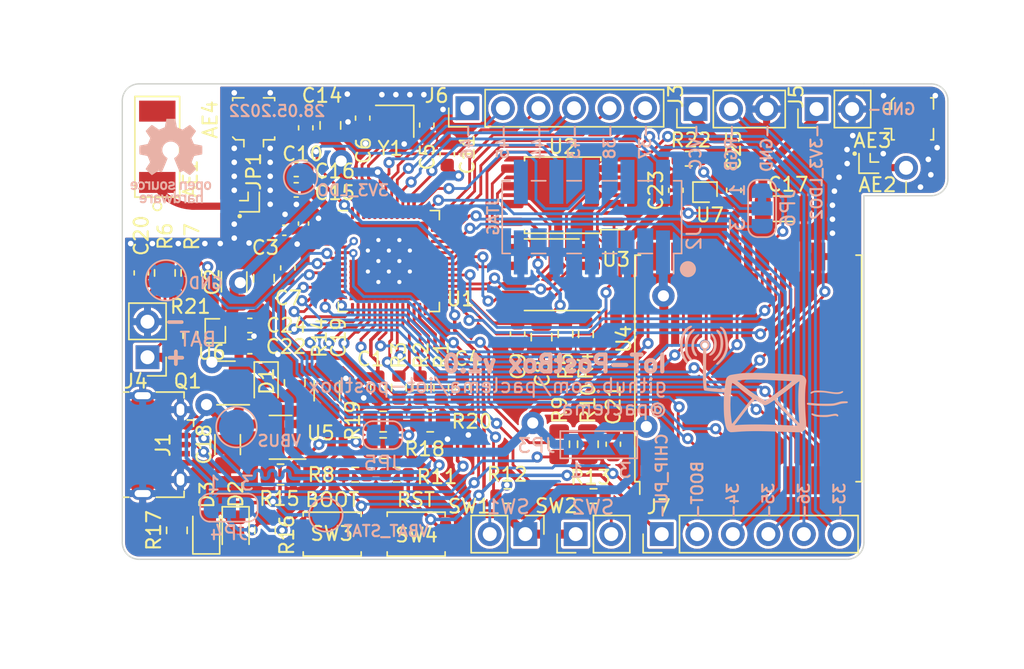
<source format=kicad_pcb>
(kicad_pcb (version 20211014) (generator pcbnew)
  (title_block (title "IoT-PostBox") (date "28.05.2022") (rev "v1.0") (company "@paclema") (comment 1 "github.com/paclema/iot-postbox") (comment 2 "IoT-PostBox board based on ESP32"))
  (layers (0 "F.Cu" signal) (31 "B.Cu" signal) (34 "B.Paste" user) (35 "F.Paste" user) (36 "B.SilkS" user "B.Silkscreen") (37 "F.SilkS" user "F.Silkscreen") (38 "B.Mask" user) (39 "F.Mask" user) (44 "Edge.Cuts" user))
  (net 0 "")
  (net 1 "Net-(AE1-Pad1)")
  (net 3 "Net-(AE2-Pad1)")
  (net 4 "Net-(AE3-Pad1)")
  (net 5 "GND")
  (net 6 "Net-(AE4-Pad1)")
  (net 7 "3V3_LDO")
  (net 8 "Net-(C5-Pad2)")
  (net 9 "Net-(C6-Pad2)")
  (net 10 "/MCU/VDD_SPI")
  (net 11 "Net-(C12-Pad1)")
  (net 12 "Net-(C12-Pad2)")
  (net 13 "CHIP_PU")
  (net 14 "3V3_LDO2")
  (net 15 "VBUS")
  (net 16 "VBAT")
  (net 17 "VBAT_SENSE")
  (net 18 "VBUS_SENSE")
  (net 19 "V_POWER")
  (net 20 "Net-(D2-Pad2)")
  (net 21 "Net-(D3-Pad1)")
  (net 22 "Net-(JP4-Pad2)")
  (net 23 "D-")
  (net 24 "D+")
  (net 26 "Net-(J2-Pad1)")
  (net 27 "MTMS")
  (net 28 "MTCK")
  (net 29 "MTDO")
  (net 30 "MTDI")
  (net 32 "RGB_LED_PWM")
  (net 33 "SW1")
  (net 34 "SW2")
  (net 35 "Net-(JP5-Pad1)")
  (net 36 "VBAT_STAT_SENSE")
  (net 37 "3V3_LDO2_EN")
  (net 38 "Net-(JP6-Pad2)")
  (net 39 "/MCU/SPICS0")
  (net 40 "/MCU/SPICS1")
  (net 41 "BOOT")
  (net 42 "Net-(R15-Pad1)")
  (net 43 "VBAT_STAT")
  (net 44 "Net-(R21-Pad2)")
  (net 45 "Net-(R22-Pad2)")
  (net 46 "RFM95W_DIO0")
  (net 47 "RFM95W_DIO1")
  (net 48 "RFM95W_DIO2")
  (net 49 "RFM95W_DIO3")
  (net 50 "RFM95W_NSS")
  (net 51 "RFM95W_MOSI")
  (net 52 "RFM95W_SCK")
  (net 53 "RFM95W_MISO")
  (net 54 "RFM95W_RESET")
  (net 55 "RFM95W_DIO4")
  (net 56 "RFM95W_DIO5")
  (net 57 "/MCU/SPIHD")
  (net 58 "/MCU/SPIWP")
  (net 59 "/MCU/SPICLK")
  (net 60 "/MCU/SPIQ")
  (net 61 "/MCU/SPID")
  (net 62 "GPIO44")
  (net 63 "GPIO43")
  (net 64 "GPIO46")
  (net 65 "GPIO45")
  (net 66 "Net-(JP2-Pad2)")
  (net 67 "GPIO33")
  (net 68 "GPIO34")
  (net 69 "GPIO35")
  (net 70 "GPIO36")
  (net 71 "GPIO37")
  (net 72 "GPIO38")
  (net 73 "Net-(R1-Pad1)")
  (net 74 "Net-(R2-Pad1)")
  (net 75 "Net-(R3-Pad1)")
  (footprint "Resistor_SMD:R_0805_2012Metric" (layer "F.Cu") (at 151.22 101.77 90)
    (fp_text reference "R9")
    (fp_text value "3.3k")
  )
  (footprint "Resistor_SMD:R_0603_1608Metric" (layer "F.Cu") (at 160.48 81.35 180)
    (fp_text reference locked "R22")
    (fp_text value "100k")
  )
  (footprint "Connector_USB:USB_Micro-B_Amphenol_10118194_Horizontal" (layer "F.Cu") (at 122.755 101.8 -90)
    (fp_text reference "J1")
    (fp_text value "USB_B_Micro")
  )
  (footprint "Resistor_SMD:R_0603_1608Metric" (layer "F.Cu") (at 153.13 93.89 -90)
    (fp_text reference "R4")
    (fp_text value "100k")
  )
  (footprint "Connector_PinHeader_2.54mm:PinHeader_1x02_P2.54mm_Vertical" (layer "F.Cu") (at 152.4 108.2 90)
    (fp_text reference "SW2")
    (fp_text value "SW2")
  )
  (footprint "iot-postbox:ESP32_S2_QFN56" (layer "F.Cu") (at 139.05 88.67)
    (fp_text reference "U1")
    (fp_text value "ESP32-S2")
  )
  (footprint "Resistor_SMD:R_0805_2012Metric" (layer "F.Cu") (at 124.94 89.52 -90)
    (fp_text reference "R7")
    (fp_text value "160k")
  )
  (footprint "RF_Module:HOPERF_RFM9XW_SMD" (layer "F.Cu") (at 164.73 96.35 90)
    (fp_text reference "U4")
    (fp_text value "RFM95W-868S2")
  )
  (footprint "Capacitor_SMD:C_0603_1608Metric" (layer "F.Cu") (at 148.25 93.89 -90)
    (fp_text reference "C9")
    (fp_text value "0.1uF")
  )
  (footprint "Capacitor_SMD:C_0603_1608Metric" (layer "F.Cu") (at 138.26 97.72 -90)
    (fp_text reference "C1")
    (fp_text value "0.1uF")
  )
  (footprint "Capacitor_SMD:C_0603_1608Metric" (layer "F.Cu") (at 129.115 94.79)
    (fp_text reference "C22")
    (fp_text value "1uF")
  )
  (footprint "Connector_PinHeader_2.54mm:PinHeader_1x06_P2.54mm_Vertical" (layer "F.Cu") (at 158.55 108.2 90)
    (fp_text reference "J7")
    (fp_text value "EXT2")
  )
  (footprint "Capacitor_SMD:C_0603_1608Metric" (layer "F.Cu") (at 132.43 83.58 180)
    (fp_text reference "C15")
    (fp_text value "0.1uF")
  )
  (footprint "Package_TO_SOT_SMD:SOT-23-5" (layer "F.Cu") (at 131.31 101.275 180)
    (fp_text reference "U5")
    (fp_text value "MCP73831-2-OT")
  )
  (footprint "iot-postbox:868Mhz_sprin_antenna_SW868-TH13" (layer "F.Cu") (at 176.01 82 -90)
    (fp_text reference "AE2")
    (fp_text value "Coil")
  )
  (footprint "Resistor_SMD:R_0603_1608Metric" (layer "F.Cu") (at 141.28 97.72 -90)
    (fp_text reference "R2")
    (fp_text value "22")
  )
  (footprint "Capacitor_SMD:C_1206_3216Metric" (layer "F.Cu") (at 167.25 84.93)
    (fp_text reference "C17")
    (fp_text value "10uF")
  )
  (footprint "Resistor_SMD:R_0805_2012Metric" (layer "F.Cu") (at 131.31 103.93)
    (fp_text reference "R15")
    (fp_text value "2k2")
  )
  (footprint "Connector_PinHeader_2.54mm:PinHeader_1x03_P2.54mm_Vertical" (layer "F.Cu") (at 160.965 77.8 90)
    (fp_text reference "J3")
    (fp_text value "LED")
  )
  (footprint "Resistor_SMD:R_0805_2012Metric" (layer "F.Cu") (at 130.2 107.93 -90)
    (fp_text reference "R16")
    (fp_text value "1k")
  )
  (footprint "Capacitor_SMD:C_0603_1608Metric" (layer "F.Cu") (at 159.56 83.61 90)
    (fp_text reference "C23")
    (fp_text value "1uF")
  )
  (footprint "Capacitor_SMD:C_1206_3216Metric" (layer "F.Cu") (at 134.62 97.9525 90)
    (fp_text reference "C19")
    (fp_text value "10uF")
  )
  (footprint "Capacitor_SMD:C_0805_2012Metric" (layer "F.Cu") (at 130.12 89.9 90)
    (fp_text reference "C3")
    (fp_text value "1uF")
  )
  (footprint "Package_SO:SOIC-8_5.23x5.23mm_P1.27mm" (layer "F.Cu") (at 151.47 83.96 180)
    (fp_text reference "U2")
    (fp_text value "W25Q128JVS")
  )
  (footprint "Capacitor_SMD:C_0402_1005Metric" (layer "F.Cu") (at 131.58 86.47)
    (fp_text reference "C12")
    (fp_text value "2.3pF")
  )
  (footprint "Connector_PinHeader_2.54mm:PinHeader_1x02_P2.54mm_Vertical" (layer "F.Cu") (at 148.8 108.2 -90)
    (fp_text reference "SW1")
    (fp_text value "SW1")
  )
  (footprint "iot-postbox:NN01-102" (layer "F.Cu") (at 122.5 80.5 90)
    (fp_text reference "AE1")
    (fp_text value "FRACTUS")
  )
  (footprint "Connector_PinHeader_2.54mm:PinHeader_1x02_P2.54mm_Vertical" (layer "F.Cu") (at 121.8 95.55 180)
    (fp_text reference "J4")
    (fp_text value "BAT")
  )
  (footprint "Capacitor_SMD:C_1206_3216Metric" (layer "F.Cu") (at 127.99 90.16 90)
    (fp_text reference "C2")
    (fp_text value "10uF")
  )
  (footprint "Capacitor_SMD:C_0603_1608Metric" (layer "F.Cu") (at 143.22 81.03 90)
    (fp_text reference "C11")
    (fp_text value "0.1uF")
  )
  (footprint "Resistor_SMD:R_0805_2012Metric" (layer "F.Cu") (at 132.32 97.39 90)
    (fp_text reference "R14")
    (fp_text value "100k")
  )
  (footprint "Resistor_SMD:R_0603_1608Metric" (layer "F.Cu") (at 151.67 93.89 -90)
    (fp_text reference locked "R5")
    (fp_text value "100k")
  )
  (footprint "Package_TO_SOT_SMD:SOT-23" (layer "F.Cu") (at 127.4075 97.39 180)
    (fp_text reference "Q1")
    (fp_text value "AO3401A")
  )
  (footprint "Resistor_SMD:R_0805_2012Metric" (layer "F.Cu") (at 138.64 102.05 180)
    (fp_text reference "R18")
    (fp_text value "10k")
  )
  (footprint "Capacitor_SMD:C_0603_1608Metric" (layer "F.Cu") (at 121.36 89.52 -90)
    (fp_text reference "C20")
    (fp_text value "0.1uF")
  )
  (footprint "Resistor_SMD:R_0603_1608Metric" (layer "F.Cu") (at 147.525 105.48)
    (fp_text reference "R12")
    (fp_text value "10k")
  )
  (footprint "Connector_PinHeader_2.54mm:PinHeader_1x02_P2.54mm_Vertical" (layer "F.Cu") (at 169.615 77.8 90)
    (fp_text reference "J5")
    (fp_text value "3V3_LDO2")
  )
  (footprint "iot-postbox:NCP167BMX330TBG_XDFN4" (layer "F.Cu") (at 161.64 83.74 180)
    (fp_text reference "U7")
    (fp_text value "NCP167BMX330TBG")
  )
  (footprint "iot-postbox:Jumper_0402_x3" (layer "F.Cu") (at 129.39 84.75 90)
    (fp_text reference "JP1")
    (fp_text value "ESP32_ANT")
  )
  (footprint "Resistor_SMD:R_0603_1608Metric" (layer "F.Cu") (at 124.865 93.96 90)
    (fp_text reference "R21")
    (fp_text value "100k")
  )
  (footprint "Resistor_SMD:R_0805_2012Metric" (layer "F.Cu") (at 138.64 100.15)
    (fp_text reference "R19")
    (fp_text value "27k")
  )
  (footprint "Capacitor_SMD:C_0603_1608Metric" (layer "F.Cu") (at 137.18 78.45 -90)
    (fp_text reference "C6")
    (fp_text value "15pF")
  )
  (footprint "Resistor_SMD:R_0805_2012Metric" (layer "F.Cu") (at 123.04 89.52 90)
    (fp_text reference "R6")
    (fp_text value "442k")
  )
  (footprint "Capacitor_SMD:C_0603_1608Metric" (layer "F.Cu") (at 155.09 101.77 -90)
    (fp_text reference "C21")
    (fp_text value "0.1uF")
  )
  (footprint "LED_SMD:LED_0805_2012Metric" (layer "F.Cu") (at 126 107.93 90)
    (fp_text reference "D3")
    (fp_text value "CHRG DONE")
  )
  (footprint "Resistor_SMD:R_0805_2012Metric" (layer "F.Cu") (at 142.0025 100.15)
    (fp_text reference "R20")
    (fp_text value "33k")
  )
  (footprint "Connector_PinHeader_2.54mm:PinHeader_1x06_P2.54mm_Vertical" (layer "F.Cu") (at 144.66 77.74 90)
    (fp_text reference "J6")
    (fp_text value "EXT1")
  )
  (footprint "Capacitor_SMD:C_0603_1608Metric" (layer "F.Cu") (at 132.43 82.12 180)
    (fp_text reference "C16")
    (fp_text value "0.1uF")
  )
  (footprint "Package_SO:SOP-8_3.9x4.9mm_P1.27mm" (layer "F.Cu") (at 150.69 89.65 180)
    (fp_text reference "U3")
    (fp_text value "LY68L6400SLIT")
  )
  (footprint "Capacitor_SMD:C_0805_2012Metric" (layer "F.Cu") (at 134.87 78.97 90)
    (fp_text reference "C14")
    (fp_text value "1uF")
  )
  (footprint "Capacitor_SMD:C_1206_3216Metric" (layer "F.Cu") (at 127.53 101.8 -90)
    (fp_text reference "C18")
    (fp_text value "10uF")
  )
  (footprint "Resistor_SMD:R_0603_1608Metric" (layer "F.Cu") (at 139.61 103.95)
    (fp_text reference "R11")
    (fp_text value "10k")
  )
  (footprint "Button_Switch_SMD:SW_Push_SPST_NO_Alps_SKRK" (layer "F.Cu") (at 141 108.2)
    (fp_text reference locked "SW4")
    (fp_text value "RST")
  )
  (footprint "Resistor_SMD:R_0805_2012Metric" (layer "F.Cu") (at 153.27 101.77 -90)
    (fp_text reference "R10")
    (fp_text value "2k")
  )
  (footprint "iot-postbox:ECS-400-10-37B2-CKM-TR" (layer "F.Cu") (at 139.47 78.7 180)
    (fp_text reference "Y1")
    (fp_text value "40MHz")
  )
  (footprint "Capacitor_SMD:C_0603_1608Metric" (layer "F.Cu") (at 131.83 89.16 90)
    (fp_text reference "C7")
    (fp_text value "0.1uF")
  )
  (footprint "Capacitor_SMD:C_0603_1608Metric" (layer "F.Cu") (at 141.76 78.95 90)
    (fp_text reference "C5")
    (fp_text value "15pF")
  )
  (footprint "Capacitor_SMD:C_0805_2012Metric" (layer "F.Cu") (at 149.96 94.11 -90)
    (fp_text reference "C8")
    (fp_text value "1uF")
  )
  (footprint "Button_Switch_SMD:SW_Push_SPST_NO_Alps_SKRK" (layer "F.Cu") (at 135 108.2)
    (fp_text reference locked "SW3")
    (fp_text value "BOOT")
  )
  (footprint "Resistor_SMD:R_0603_1608Metric" (layer "F.Cu") (at 139.77 97.72 -90)
    (fp_text reference "R3")
    (fp_text value "10k")
  )
  (footprint "LED_SMD:LED_0805_2012Metric" (layer "F.Cu") (at 128.1 107.93 -90)
    (fp_text reference "D2")
    (fp_text value "CHRG")
  )
  (footprint "Capacitor_SMD:C_0603_1608Metric" (layer "F.Cu") (at 163.7 83.61 90)
    (fp_text reference "C25")
    (fp_text value "1uF")
  )
  (footprint "Capacitor_SMD:C_0603_1608Metric" (layer "F.Cu") (at 144.3 97.72 -90)
    (fp_text reference "C4")
    (fp_text value "0.1uF")
  )
  (footprint "iot-postbox:Jumper_0402_x3" (layer "F.Cu") (at 173.0475 81.99)
    (fp_text reference "JP2" hide)
    (fp_text value "LORA_ANT")
  )
  (footprint "Resistor_SMD:R_0603_1608Metric" (layer "F.Cu") (at 153.675 105.48 180)
    (fp_text reference "R13")
    (fp_text value "10k")
  )
  (footprint "Connector_Coaxial:U.FL_Molex_MCRF_73412-0110_Vertical" (layer "F.Cu") (at 176.47 78.5 -90)
    (fp_text reference "AE3")
    (fp_text value "uFL")
  )
  (footprint "Capacitor_SMD:C_0603_1608Metric" (layer "F.Cu") (at 129.115 93.28)
    (fp_text reference "C24")
    (fp_text value "1uF")
  )
  (footprint "Resistor_SMD:R_0603_1608Metric" (layer "F.Cu") (at 136.645 103.95 180)
    (fp_text reference "R8")
    (fp_text value "10k")
  )
  (footprint "Resistor_SMD:R_0805_2012Metric" (layer "F.Cu") (at 123.9 107.93 90)
    (fp_text reference "R17")
    (fp_text value "1k")
  )
  (footprint "Capacitor_SMD:C_0603_1608Metric" (layer "F.Cu") (at 133.11 79.145 90)
    (fp_text reference "C10")
    (fp_text value "100pF")
  )
  (footprint "Inductor_SMD:L_0402_1005Metric" (layer "F.Cu") (at 129.9 85.95 45)
    (fp_text reference "L1")
    (fp_text value "4.7nH")
  )
  (footprint "Diode_SMD:D_SOD-323" (layer "F.Cu") (at 130.28 97.39 -90)
    (fp_text reference "D1")
    (fp_text value "BAT60JFILM")
  )
  (footprint "Capacitor_SMD:C_0402_1005Metric" (layer "F.Cu") (at 132.95 85.99 90)
    (fp_text reference "C13")
    (fp_text value "TBD")
  )
  (footprint "Connector_Coaxial:U.FL_Molex_MCRF_73412-0110_Vertical" (layer "F.Cu") (at 129.39 78.5)
    (fp_text reference "AE4")
    (fp_text value "uFL")
  )
  (footprint "Resistor_SMD:R_0603_1608Metric" (layer "F.Cu") (at 142.79 97.72 -90)
    (fp_text reference "R1")
    (fp_text value "22")
  )
  (footprint "iot-postbox:NCP167BMX330TBG_XDFN4" (layer "F.Cu") (at 126.645 93.66 -90)
    (fp_text reference "U6")
    (fp_text value "NCP167BMX330TBG")
  )
  (footprint "iot-postbox:iot-postbox_logo" (layer "B.Cu") (at 165.3 96.93 180)
    (fp_text reference "LOGO2" hide)
    (fp_text value "iot-postbox_logo")
  )
  (footprint "Jumper:SolderJumper-3_P2.0mm_Open_TrianglePad1.0x1.5mm_NumberLabels" (layer "B.Cu") (at 154.05 101.78)
    (fp_text reference "JP3")
    (fp_text value "JTAG_VCC")
  )
  (footprint "TestPoint:TestPoint_Pad_D2.5mm" (layer "B.Cu") (at 123.13 90.05 180)
    (fp_text reference "TP2" hide)
    (fp_text value "GND")
  )
  (footprint "TestPoint:TestPoint_Pad_D2.5mm" (layer "B.Cu") (at 128.16 100.55 180)
    (fp_text reference "TP1" hide)
    (fp_text value "VBUS")
  )
  (footprint "Symbol:OSHW-Logo_5.7x6mm_SilkScreen" (layer "B.Cu") (at 123.475 81.515 180)
    (fp_text reference "LOGO1" hide)
    (fp_text value "Logo_Open_Hardware_Small" hide)
  )
  (footprint "Connector_PinHeader_2.54mm:PinHeader_2x05_P2.54mm_Vertical_SMD" (layer "B.Cu") (at 153.56 85.53 90)
    (fp_text reference locked "J2")
    (fp_text value "JTAG")
  )
  (footprint "Jumper:SolderJumper-3_P1.3mm_Bridged12_RoundedPad1.0x1.5mm_NumberLabels" (layer "B.Cu") (at 165.72 84.91 -90)
    (fp_text reference "JP6")
    (fp_text value "3V3_LDO2_EN")
  )
  (footprint "Jumper:SolderJumper-2_P1.3mm_Bridged_RoundedPad1.0x1.5mm" (layer "B.Cu") (at 138.61 101.12 180)
    (fp_text reference "JP5")
    (fp_text value "VBAT_STAT_SENSE")
  )
  (footprint "TestPoint:TestPoint_Pad_D2.0mm" (layer "B.Cu") (at 134.55 106.82 180)
    (fp_text reference "TP3" hide)
    (fp_text value "VBAT_STAT")
  )
  (footprint "TestPoint:TestPoint_Pad_D2.0mm" (layer "B.Cu") (at 132.74 82.68 180)
    (fp_text reference "TP4" hide)
    (fp_text value "3V3_LDO")
  )
  (footprint "Jumper:SolderJumper-3_P1.3mm_Bridged12_RoundedPad1.0x1.5mm_NumberLabels" (layer "B.Cu") (at 127.62 106.31)
    (fp_text reference "JP4")
    (fp_text value "VDD_STAT")
  )
  (gr_circle (center 160.42 89.25) (end 160.92 89.25) (layer "B.SilkS") (width 0.15) (fill solid))
  (gr_line locked (start 121.2 76) (end 173 76) (layer "Edge.Cuts") (width 0.1))
  (gr_line locked (start 120 77.2) (end 120 108.8) (layer "Edge.Cuts") (width 0.1))
  (gr_arc locked (start 177.8 76) (mid 178.648528 76.351472) (end 179 77.2) (layer "Edge.Cuts") (width 0.1))
  (gr_line locked (start 173 84) (end 173 108.8) (layer "Edge.Cuts") (width 0.1))
  (gr_line locked (start 121.2 110) (end 171.8 110) (layer "Edge.Cuts") (width 0.1))
  (gr_arc locked (start 173 108.8) (mid 172.648528 109.648528) (end 171.8 110) (layer "Edge.Cuts") (width 0.1))
  (gr_line locked (start 177.8 76) (end 173 76) (layer "Edge.Cuts") (width 0.1))
  (gr_arc locked (start 120 77.2) (mid 120.351472 76.351472) (end 121.2 76) (layer "Edge.Cuts") (width 0.1))
  (gr_line locked (start 177.8 84) (end 173 84) (layer "Edge.Cuts") (width 0.1))
  (gr_line locked (start 179 77.2) (end 179 82.8) (layer "Edge.Cuts") (width 0.1))
  (gr_arc locked (start 179 82.8) (mid 178.648528 83.648528) (end 177.8 84) (layer "Edge.Cuts") (width 0.1))
  (gr_arc locked (start 121.2 110) (mid 120.351472 109.648528) (end 120 108.8) (layer "Edge.Cuts") (width 0.1))
  (gr_text "-38" (at 154.82 78.77 90) (layer "B.SilkS") (effects (font (size 0.8 0.8)) (justify left mirror)))
  (gr_text "${COMMENT1}\n${COMPANY}" (at 159.021429 98.39) (layer "B.SilkS") (effects (font (size 1 1)) (justify left mirror)))
  (gr_text "-RGB" (at 163.505 78.78 90) (layer "B.SilkS") (effects (font (size 0.8 0.8)) (justify left mirror)))
  (gr_text "-44" (at 149.74 78.77 90) (layer "B.SilkS") (effects (font (size 0.8 0.8)) (justify left mirror)))
  (gr_text "-GND" (at 166.045 78.78 90) (layer "B.SilkS") (effects (font (size 0.8 0.8)) (justify left mirror)))
  (gr_text "CHIP_PU-" (at 158.55 107.16 90) (layer "B.SilkS") (effects (font (size 0.8 0.8)) (justify right mirror)))
  (gr_text "35-" (at 166.17 107.16 90) (layer "B.SilkS") (effects (font (size 0.8 0.8)) (justify right mirror)))
  (gr_text "JTAG" (at 146.51 84.03 90) (layer "B.SilkS") (effects (font (size 0.8 0.8)) (justify left mirror)))
  (gr_text "-43" (at 152.28 78.77 90) (layer "B.SilkS") (effects (font (size 0.8 0.8)) (justify left mirror)))
  (gr_text "-46" (at 144.66 78.77 90) (layer "B.SilkS") (effects (font (size 0.8 0.8)) (justify left mirror)))
  (gr_text "-" (at 123.79 92.95) (layer "B.SilkS") (effects (font (size 1.2 1.2) (thickness 0.25)) (justify mirror)))
  (gr_text "GND-" (at 173.15 77.8) (layer "B.SilkS") (effects (font (size 0.8 0.8)) (justify right mirror)))
  (gr_text "BAT" (at 125.4 94.27) (layer "B.SilkS") (effects (font (size 1 1)) (justify mirror)))
  (gr_text "${TITLE} ${REVISION}" (at 150.9 96.02) (layer "B.SilkS") (effects (font (size 1.2 1.2) (thickness 0.3)) (justify mirror)))
  (gr_text "-VCC" (at 160.965 78.78 90) (layer "B.SilkS") (effects (font (size 0.8 0.8)) (justify left mirror)))
  (gr_text "+" (at 123.83 95.5) (layer "B.SilkS") (effects (font (size 1.2 1.2) (thickness 0.25)) (justify mirror)))
  (gr_text "-45" (at 147.2 78.77 90) (layer "B.SilkS") (effects (font (size 0.8 0.8)) (justify left mirror)))
  (gr_text "36-" (at 168.71 107.16 90) (layer "B.SilkS") (effects (font (size 0.8 0.8)) (justify right mirror)))
  (gr_text "-3V3_LDO2" (at 169.615 78.78 90) (layer "B.SilkS") (effects (font (size 0.8 0.8)) (justify left mirror)))
  (gr_text "-37" (at 157.36 78.77 90) (layer "B.SilkS") (effects (font (size 0.8 0.8)) (justify left mirror)))
  (gr_text "34-" (at 163.63 107.16 90) (layer "B.SilkS") (effects (font (size 0.8 0.8)) (justify right mirror)))
  (gr_text "${ISSUE_DATE}" (at 127.52 77.94) (layer "B.SilkS") (effects (font (size 0.8 0.8)) (justify right mirror)))
  (gr_text "BOOT-" (at 161.09 107.16 90) (layer "B.SilkS") (effects (font (size 0.8 0.8)) (justify right mirror)))
  (gr_text "33-" (at 171.25 107.16 90) (layer "B.SilkS") (effects (font (size 0.8 0.8)) (justify right mirror)))
  (gr_text "+" (at 123.83 95.5) (layer "F.SilkS") (effects (font (size 1.2 1.2) (thickness 0.25))))
  (gr_text "RST" (at 142.432143 105.74) (layer "F.SilkS") (effects (font (size 1 1)) (justify right)))
  (gr_text "BOOT" (at 135 105.74) (layer "F.SilkS") (effects (font (size 1 1))))
  (gr_text "-" (at 123.79 92.95) (layer "F.SilkS") (effects (font (size 1.2 1.2) (thickness 0.25))))
  (segment (start 122.804056 83.784056) (end 122.83 83.81) (width 0.5) (layer "F.Cu") (net 1))
  (segment (start 124.987654 84.75) (end 128.39 84.75) (width 0.5) (layer "F.Cu") (net 1))
  (segment (start 128.39 84.75) (end 125.09936 84.75) (width 0.5) (layer "F.Cu") (net 1))
  (arc (start 122.5 83.05) (mid 122.579022 83.447268) (end 122.804056 83.784056) (width 0.5) (layer "F.Cu") (net 1))
  (arc (start 125.09936 84.75) (mid 123.871191 84.505702) (end 122.83 83.81) (width 0.5) (layer "F.Cu") (net 1))
  (segment (start 174.0475 81.99) (end 175.985858 81.99) (width 0.508) (layer "F.Cu") (net 3))
  (arc (start 175.985858 81.99) (mid 175.998923 81.992599) (end 176.01 82) (width 0.508) (layer "F.Cu") (net 3))
  (segment (start 174.97 78.5) (end 174.533259 78.5) (width 0.508) (layer "F.Cu") (net 4))
  (segment (start 173.0475 80.99) (end 173.0475 80.590421) (width 0.508) (layer "F.Cu") (net 4))
  (segment (start 173.0475 80.99) (end 173.0475 80.300421) (width 0.508) (layer "F.Cu") (net 4))
  (arc (start 173.0475 80.300421) (mid 173.201486 79.526283) (end 173.64 78.87) (width 0.508) (layer "F.Cu") (net 4))
  (arc (start 173.64 78.87) (mid 174.04983 78.59616) (end 174.533259 78.5) (width 0.508) (layer "F.Cu") (net 4))
  (segment (start 132.32 96.4775) (end 134.62 96.4775) (width 0.64) (layer "F.Cu") (net 5))
  (segment (start 131.83 88.385) (end 130.685 88.385) (width 0.64) (layer "F.Cu") (net 5))
  (segment (start 124.94 90.4325) (end 123.9875 89.48) (width 0.25) (layer "F.Cu") (net 5))
  (segment (start 123.9875 89.48) (end 122.175 89.48) (width 0.25) (layer "F.Cu") (net 5))
  (segment (start 130.685 88.385) (end 130.12 88.95) (width 0.64) (layer "F.Cu") (net 5))
  (segment (start 129.855 88.685) (end 130.12 88.95) (width 0.64) (layer "F.Cu") (net 5))
  (segment (start 127.99 88.685) (end 129.855 88.685) (width 0.64) (layer "F.Cu") (net 5))
  (segment (start 122.175 89.48) (end 121.36 90.295) (width 0.25) (layer "F.Cu") (net 5))
  (segment (start 129.89 93.28) (end 129.89 94.79) (width 0.64) (layer "F.Cu") (net 5))
  (via (at 174.4 76.84) (size 0.8) (drill 0.4) (layers "F.Cu" "B.Cu") (net 5))
  (via (at 136.13 78.72) (size 0.8) (drill 0.4) (layers "F.Cu" "B.Cu") (net 5))
  (via (at 128 83.61) (size 0.8) (drill 0.4) (layers "F.Cu" "B.Cu") (net 5))
  (via (at 130.57 84.61) (size 0.8) (drill 0.4) (layers "F.Cu" "B.Cu") (net 5))
  (via (at 140.145 80.3) (size 0.8) (drill 0.4) (layers "F.Cu" "B.Cu") (net 5))
  (via (at 178.23 80.56) (size 0.8) (drill 0.4) (layers "F.Cu" "B.Cu") (net 5))
  (via (at 137.25 98.46) (size 0.8) (drill 0.4) (layers "F.Cu" "B.Cu") (net 5))
  (via (at 143.24 101.41) (size 0.8) (drill 0.4) (layers "F.Cu" "B.Cu") (net 5))
  (via (at 136.08 76.73) (size 0.8) (drill 0.4) (layers "F.Cu" "B.Cu") (net 5))
  (via (at 137.38 80.27) (size 0.8) (drill 0.4) (layers "F.Cu" "B.Cu") (net 5))
  (via (at 141.55 76.77) (size 0.8) (drill 0.4) (layers "F.Cu" "B.Cu") (net 5))
  (via (at 170.75 85.68) (size 0.8) (drill 0.4) (layers "F.Cu" "B.Cu") (net 5))
  (via (at 144.73 101.11) (size 0.8) (drill 0.4) (layers "F.Cu" "B.Cu") (net 5))
  (via (at 171.22 82.68) (size 0.8) (drill 0.4) (layers "F.Cu" "B.Cu") (net 5))
  (via (at 135.98 97.06) (size 0.8) (drill 0.4) (layers "F.Cu" "B.Cu") (net 5))
  (via (at 170.75 84.68) (size 0.8) (drill 0.4) (layers "F.Cu" "B.Cu") (net 5))
  (via (at 120.6 87.42) (size 0.8) (drill 0.4) (layers "F.Cu" "B.Cu") (net 5))
  (via (at 140.55 76.77) (size 0.8) (drill 0.4) (layers "F.Cu" "B.Cu") (net 5))
  (via (at 130.57 82.61) (size 0.8) (drill 0.4) (layers "F.Cu" "B.Cu") (net 5))
  (via (at 174.38 80.99) (size 0.8) (drill 0.4) (layers "F.Cu" "B.Cu") (net 5))
  (via (at 128 82.61) (size 0.8) (drill 0.4) (layers "F.Cu" "B.Cu") (net 5))
  (via (at 178.1 76.84) (size 0.8) (drill 0.4) (layers "F.Cu" "B.Cu") (net 5))
  (via (at 128 86.03) (size 0.8) (drill 0.4) (layers "F.Cu" "B.Cu") (net 5))
  (via (at 170.75 86.68) (size 0.8) (drill 0.4) (layers "F.Cu" "B.Cu") (net 5))
  (via (at 129.41 94.04) (size 0.8) (drill 0.4) (layers "F.Cu" "B.Cu") (net 5))
  (via (at 134.02 85.6165) (size 0.8) (drill 0.4) (layers "F.Cu" "B.Cu") (net 5))
  (via (at 171.790832 80.7) (size 0.8) (drill 0.4) (layers "F.Cu" "B.Cu") (net 5))
  (via locked (at 130.57 80.61) (size 0.8) (drill 0.4) (layers "F.Cu" "B.Cu") (net 5))
  (via (at 142.92 77.83) (size 0.8) (drill 0.4) (layers "F.Cu" "B.Cu") (net 5))
  (via (at 132.44 84.62) (size 0.8) (drill 0.4) (layers "F.Cu" "B.Cu") (net 5))
  (via (at 177.78 82.5) (size 0.8) (drill 0.4) (layers "F.Cu" "B.Cu") (net 5))
  (via (at 122.15 87.42) (size 0.8) (drill 0.4) (layers "F.Cu" "B.Cu") (net 5))
  (via (at 177.04 83.38) (size 0.8) (drill 0.4) (layers "F.Cu" "B.Cu") (net 5))
  (via (at 128 80.61) (size 0.8) (drill 0.4) (layers "F.Cu" "B.Cu") (net 5))
  (via (at 138.55 76.77) (size 0.8) (drill 0.4) (layers "F.Cu" "B.Cu") (net 5))
  (via (at 125.9 87.42) (size 0.8) (drill 0.4) (layers "F.Cu" "B.Cu") (net 5))
  (via (at 130.57 83.61) (size 0.8) (drill 0.4) (layers "F.Cu" "B.Cu") (net 5))
  (via (at 132.498099 87.458099) (size 0.8) (drill 0.4) (layers "F.Cu" "B.Cu") (net 5))
  (via (at 130.57 81.61) (size 0.8) (drill 0.4) (layers "F.Cu" "B.Cu") (net 5))
  (via (at 128 81.61) (size 0.8) (drill 0.4) (layers "F.Cu" "B.Cu") (net 5))
  (via (at 130.57 76.64) (size 0.8) (drill 0.4) (layers "F.Cu" "B.Cu") (net 5))
  (via (at 171.8 81.7) (size 0.8) (drill 0.4) (layers "F.Cu" "B.Cu") (net 5))
  (via (at 128 76.64) (size 0.8) (drill 0.4) (layers "F.Cu" "B.Cu") (net 5))
  (via (at 139.55 76.77) (size 0.8) (drill 0.4) (layers "F.Cu" "B.Cu") (net 5))
  (via (at 124 87.42) (size 0.8) (drill 0.4) (layers "F.Cu" "B.Cu") (net 5))
  (via (at 131.63 85.33) (size 0.8) (drill 0.4) (layers "F.Cu" "B.Cu") (net 5))
  (via (at 177.6 81.4) (size 0.8) (drill 0.4) (layers "F.Cu" "B.Cu") (net 5))
  (via (at 170.89 83.67) (size 0.8) (drill 0.4) (layers "F.Cu" "B.Cu") (net 5))
  (via (at 129.06 87.38) (size 0.8) (drill 0.4) (layers "F.Cu" "B.Cu") (net 5))
  (via (at 131.115225 95.344775) (size 0.8) (drill 0.4) (layers "F.Cu" "B.Cu") (net 5))
  (via (at 172.2 79.7) (size 0.8) (drill 0.4) (layers "F.Cu" "B.Cu") (net 5))
  (via (at 128 87.03) (size 0.8) (drill 0.4) (layers "F.Cu" "B.Cu") (net 5))
  (via (at 127 87.416798) (size 0.8) (drill 0.4) (layers "F.Cu" "B.Cu") (net 5))
  (segment (start 156.1 88.055) (end 153.56 88.055) (width 0.64) (layer "B.Cu") (net 5))
  (segment (start 150.959152 87.994152) (end 148.540848 87.994152) (width 0.64) (layer "B.Cu") (net 5))
  (segment (start 148.540848 87.994152) (end 148.48 88.055) (width 0.64) (layer "B.Cu") (net 5))
  (segment (start 153.56 88.055) (end 151.02 88.055) (width 0.64) (layer "B.Cu") (net 5))
  (segment (start 151.02 88.055) (end 150.959152 87.994152) (width 0.64) (layer "B.Cu") (net 5))
  (segment (start 129.39 83.75) (end 129.39 80) (width 0.508) (layer "F.Cu") (net 6))
  (segment (start 132.43 81.49) (end 132.43 82.805) (width 0.254) (layer "F.Cu") (net 7))
  (segment (start 134.89 87.09) (end 135.07 87.27) (width 0.254) (layer "F.Cu") (net 7))
  (segment (start 141.25 92.1075) (end 141.25 92.81) (width 0.254) (layer "F.Cu") (net 7))
  (segment (start 138.45 82.5105) (end 138.45 85.2325) (width 0.254) (layer "F.Cu") (net 7))
  (segment (start 137.295 96.945) (end 137.645 96.945) (width 0.64) (layer "F.Cu") (net 7))
  (segment (start 127.367408 93.28) (end 127.116204 93.028796) (width 0.64) (layer "F.Cu") (net 7))
  (segment (start 142.27652 83.15348) (end 143.22 82.21) (width 0.254) (layer "F.Cu") (net 7))
  (segment (start 133.11 79.92) (end 133.11 80.81) (width 0.254) (layer "F.Cu") (net 7))
  (segment (start 138.26 96.945) (end 138.26 95.89) (width 0.254) (layer "F.Cu") (net 7))
  (segment (start 135.780499 101.219129) (end 135.780499 102.260499) (width 0.64) (layer "F.Cu") (net 7))
  (segment (start 128.34 93.28) (end 127.367408 93.28) (width 0.64) (layer "F.Cu") (net 7))
  (segment (start 143.995 82.58) (end 143.22 81.805) (width 0.254) (layer "F.Cu") (net 7))
  (segment (start 129.335 91.635) (end 130.12 90.85) (width 0.64) (layer "F.Cu") (net 7))
  (segment (start 137.25 84.05) (end 137.07 83.87) (width 0.254) (layer "F.Cu") (net 7))
  (segment (start 135.6125 86.87) (end 135.11 86.87) (width 0.254) (layer "F.Cu") (net 7))
  (segment (start 132.43 82.805) (end 133.205 83.58) (width 0.254) (layer "F.Cu") (net 7))
  (segment (start 148.8 108.2) (end 147.34 106.74) (width 0.64) (layer "F.Cu") (net 7))
  (segment (start 136.19 98.12) (end 136.19 100.809628) (width 0.64) (layer "F.Cu") (net 7))
  (segment (start 130.12 91.02) (end 131.4 92.3) (width 0.64) (layer "F.Cu") (net 7))
  (segment (start 135.780499 102.260499) (end 137.47 103.95) (width 0.64) (layer "F.Cu") (net 7))
  (segment (start 138.26 95.89) (end 137.763989 95.393989) (width 0.254) (layer "F.Cu") (net 7))
  (segment (start 128.43 90.2195) (end 127.99 90.6595) (width 0.64) (layer "F.Cu") (net 7))
  (segment (start 134.87 79.92) (end 133.11 79.92) (width 0.64) (layer "F.Cu") (net 7))
  (segment (start 135.64082 82.44082) (end 137.07 83.87) (width 0.64) (layer "F.Cu") (net 7))
  (segment (start 143.22 81.8) (end 143.22 82.083548) (width 0.254) (layer "F.Cu") (net 7))
  (segment (start 138.45 93.643378) (end 138.45 92.1075) (width 0.254) (layer "F.Cu") (net 7))
  (segment (start 139.77 98.545) (end 139.77 98.455) (width 0.3) (layer "F.Cu") (net 7))
  (segment (start 137.645 96.945) (end 137.365 96.945) (width 0.64) (layer "F.Cu") (net 7))
  (segment (start 140.615 97.7) (end 139.77 98.545) (width 0.3) (layer "F.Cu") (net 7))
  (segment (start 130.12 90.85) (end 130.915 90.85) (width 0.64) (layer "F.Cu") (net 7))
  (segment (start 133.36 83.58) (end 135.60348 85.82348) (width 0.64) (layer "F.Cu") (net 7))
  (segment (start 127.99 90.6595) (end 127.99 91.635) (width 0.64) (layer "F.Cu") (net 7))
  (segment (start 148.8 108.2) (end 152.4 108.2) (width 0.64) (layer "F.Cu") (net 7))
  (segment (start 137.763989 95.393989) (end 137.763989 94.329389) (width 0.254) (layer "F.Cu") (net 7))
  (segment (start 142.149898 83.15348) (end 142.27652 83.15348) (width 0.254) (layer "F.Cu") (net 7))
  (segment (start 144.3 96.945) (end 143.545 97.7) (width 0.3) (layer "F.Cu") (net 7))
  (segment (start 144.03 82.58) (end 143.995 82.58) (width 0.254) (layer "F.Cu") (net 7))
  (segment (start 134.41 104.92) (end 134.41 103.4) (width 0.254) (layer "F.Cu") (net 7))
  (segment (start 131.83 89.935) (end 133.064306 88.700694) (width 0.64) (layer "F.Cu") (net 7))
  (segment (start 143.545 97.7) (end 140.615 97.7) (width 0.3) (layer "F.Cu") (net 7))
  (segment (start 131.4 92.3) (end 131.4 93.9) (width 0.64) (layer "F.Cu") (net 7))
  (segment (start 135.64082 81.5195) (end 135.64082 82.44082) (width 0.64) (layer "F.Cu") (net 7))
  (segment (start 127.99 91.635) (end 129.335 91.635) (width 0.64) (layer "F.Cu") (net 7))
  (segment (start 130.12 90.85) (end 130.12 91.02) (width 0.64) (layer "F.Cu") (net 7))
  (segment (start 135.64082 81.5195) (end 135.64082 80.69082) (width 0.64) (layer "F.Cu") (net 7))
  (segment (start 135.11 86.87) (end 134.89 87.09) (width 0.254) (layer "F.Cu") (net 7))
  (segment (start 137.645 96.945) (end 138.26 96.945) (width 0.64) (layer "F.Cu") (net 7))
  (segment (start 133.205 83.58) (end 133.36 83.58) (width 0.64) (layer "F.Cu") (net 7))
  (segment (start 135.60348 85.82348) (end 135.6125 85.82348) (width 0.64) (layer "F.Cu") (net 7))
  (segment (start 137.25 85.2325) (end 137.25 84.05) (width 0.254) (layer "F.Cu") (net 7))
  (segment (start 135.77298 95.42298) (end 137.295 96.945) (width 0.64) (layer "F.Cu") (net 7))
  (segment (start 133.064306 88.135694) (end 133.95648 87.24352) (width 0.64) (layer "F.Cu") (net 7))
  (segment (start 139.5525 103.1825) (end 138.785 103.95) (width 0.64) (layer "F.Cu") (net 7))
  (segment (start 134.763 87.24352) (end 134.89 87.11652) (width 0.64) (layer "F.Cu") (net 7))
  (segment (start 131.42 107.93) (end 131.67 107.68) (width 0.254) (layer "F.Cu") (net 7))
  (segment (start 135.549501 102.260499) (end 135.780499 102.260499) (width 0.254) (layer "F.Cu") (net 7))
  (segment (start 130.915 90.85) (end 131.83 89.935) (width 0.64) (layer "F.Cu") (net 7))
  (segment (start 127.116204 93.028796) (end 127.99 92.155) (width 0.64) (layer "F.Cu") (net 7))
  (segment (start 133.11 80.81) (end 132.43 81.49) (width 0.254) (layer "F.Cu") (net 7))
  (segment (start 142.35 94.995) (end 144.3 96.945) (width 0.254) (layer "F.Cu") (net 7))
  (segment (start 131.4 93.9) (end 132.92298 95.42298) (width 0.64) (layer "F.Cu") (net 7))
  (segment (start 144.77 106.74) (end 140.08 102.05) (width 0.64) (layer "F.Cu") (net 7))
  (segment (start 127.99 92.155) (end 127.99 91.635) (width 0.64) (layer "F.Cu") (net 7))
  (segment (start 138.2495 82.31) (end 138.45 82.5105) (width 0.254) (layer "F.Cu") (net 7))
  (segment (start 135.07 87.27) (end 135.6125 87.27) (width 0.254) (layer "F.Cu") (net 7))
  (segment (start 133.95648 87.24352) (end 134.763 87.24352) (width 0.64) (layer "F.Cu") (net 7))
  (segment (start 142.35 93.91) (end 142.35 94.995) (width 0.254) (layer "F.Cu") (net 7))
  (segment (start 132.92298 95.42298) (end 135.77298 95.42298) (width 0.64) (layer "F.Cu") (net 7))
  (segment (start 136.19 100.809628) (end 135.780499 101.219129) (width 0.64) (layer "F.Cu") (net 7))
  (segment (start 137.365 96.945) (end 136.19 98.12) (width 0.64) (layer "F.Cu") (net 7))
  (segment (start 143.22 82.21) (end 143.22 81.805) (width 0.254) (layer "F.Cu") (net 7))
  (segment (start 139.77 98.455) (end 138.26 96.945) (width 0.3) (layer "F.Cu") (net 7))
  (segment (start 134.41 103.4) (end 135.549501 102.260499) (width 0.254) (layer "F.Cu") (net 7))
  (segment (start 137.763989 94.329389) (end 138.45 93.643378) (width 0.254) (layer "F.Cu") (net 7))
  (segment (start 131.67 107.66) (end 134.41 104.92) (width 0.254) (layer "F.Cu") (net 7))
  (segment (start 133.064306 88.700694) (end 133.064306 88.135694) (width 0.64) (layer "F.Cu") (net 7))
  (segment (start 139.5525 102.05) (end 139.5525 103.1825) (width 0.64) (layer "F.Cu") (net 7))
  (segment (start 140.08 102.05) (end 139.5525 102.05) (width 0.64) (layer "F.Cu") (net 7))
  (segment (start 135.64082 80.69082) (end 134.87 79.92) (width 0.64) (layer "F.Cu") (net 7))
  (segment (start 131.67 107.68) (end 131.67 107.66) (width 0.254) (layer "F.Cu") (net 7))
  (segment (start 140.85 85.2325) (end 140.85 84.453378) (width 0.254) (layer "F.Cu") (net 7))
  (segment (start 137.47 103.95) (end 138.785 103.95) (width 0.254) (layer "F.Cu") (net 7))
  (segment (start 141.25 92.81) (end 142.35 93.91) (width 0.254) (layer "F.Cu") (net 7))
  (segment (start 140.85 84.453378) (end 142.149898 83.15348) (width 0.254) (layer "F.Cu") (net 7))
  (segment (start 147.34 106.74) (end 144.77 106.74) (width 0.64) (layer "F.Cu") (net 7))
  (via (at 138.2495 82.31) (size 0.8) (drill 0.4) (layers "F.Cu" "B.Cu") (net 7))
  (via (at 128.43 90.2195) (size 1.6) (drill 0.8) (layers "F.Cu" "B.Cu") (net 7))
  (via (at 131.42 107.93) (size 0.8) (drill 0.4) (layers "F.Cu" "B.Cu") (net 7))
  (via (at 135.64082 81.5195) (size 1.6) (drill 0.8) (layers "F.Cu" "B.Cu") (net 7))
  (via (at 144.03 82.58) (size 0.8) (drill 0.4) (layers "F.Cu" "B.Cu") (net 7))
  (segment (start 138.29 82.31) (end 140.14 84.16) (width 0.64) (layer "B.Cu") (net 7))
  (segment (start 132.74 82.68) (end 133.6605 82.68) (width 0.64) (layer "B.Cu") (net 7))
  (segment (start 155.46 105.03) (end 156.52 103.97) (width 0.64) (layer "B.Cu") (net 7))
  (segment (start 148.8 108.2) (end 148.8 107.48) (width 0.64) (layer "B.Cu") (net 7))
  (segment (start 138.2495 82.31) (end 138.29 82.31) (width 0.64) (layer "B.Cu") (net 7))
  (segment (start 141.42 84.16) (end 143 82.58) (width 0.64) (layer "B.Cu") (net 7))
  (segment (start 128.43 89.962683) (end 128.43 90.2195) (width 0.64) (layer "B.Cu") (net 7))
  (segment (start 151.25 105.03) (end 155.46 105.03) (width 0.64) (layer "B.Cu") (net 7))
  (segment (start 134.27 84.122683) (end 128.43 89.962683) (width 0.64) (layer "B.Cu") (net 7))
  (segment (start 148.8 107.48) (end 151.25 105.03) (width 0.64) (layer "B.Cu") (net 7))
  (segment (start 143 82.58) (end 144.03 82.58) (width 0.64) (layer "B.Cu") (net 7))
  (segment (start 131.42 107.93) (end 130.54 107.93) (width 0.254) (layer "B.Cu") (net 7))
  (segment (start 135.64082 81.91868) (end 134.27 83.2895) (width 0.64) (layer "B.Cu") (net 7))
  (segment (start 130.27 107.66) (end 128.92 106.31) (width 0.254) (layer "B.Cu") (net 7))
  (segment (start 136.04 82.31) (end 138.2495 82.31) (width 0.64) (layer "B.Cu") (net 7))
  (segment (start 135.64082 81.91082) (end 136.04 82.31) (width 0.64) (layer "B.Cu") (net 7))
  (segment (start 156.52 103.97) (end 156.52 102.25) (width 0.64) (layer "B.Cu") (net 7))
  (segment (start 134.27 83.2895) (end 134.27 84.122683) (width 0.64) (layer "B.Cu") (net 7))
  (segment (start 133.6605 82.68) (end 134.27 83.2895) (width 0.64) (layer "B.Cu") (net 7))
  (segment (start 130.54 107.93) (end 130.27 107.66) (width 0.254) (layer "B.Cu") (net 7))
  (segment (start 156.52 102.25) (end 156.05 101.78) (width 0.64) (layer "B.Cu") (net 7))
  (segment (start 135.64082 81.5195) (end 135.64082 81.91868) (width 0.64) (layer "B.Cu") (net 7))
  (segment (start 135.64082 81.5195) (end 135.64082 81.91082) (width 0.64) (layer "B.Cu") (net 7))
  (segment (start 140.14 84.16) (end 141.42 84.16) (width 0.64) (layer "B.Cu") (net 7))
  (segment (start 139.47 78.73) (end 139.47 79.96) (width 0.18) (layer "F.Cu") (net 8))
  (segment (start 140.025 78.175) (end 139.47 78.73) (width 0.2) (layer "F.Cu") (net 8))
  (segment (start 138.05 83.19) (end 138.05 85.2325) (width 0.2) (layer "F.Cu") (net 8))
  (segment (start 137.59 82.73) (end 137.59 81.84) (width 0.2) (layer "F.Cu") (net 8))
  (segment (start 137.59 81.84) (end 139.47 79.96) (width 0.2) (layer "F.Cu") (net 8))
  (segment (start 137.59 82.73) (end 138.05 83.19) (width 0.2) (layer "F.Cu") (net 8))
  (segment (start 140.145 78.175) (end 140.025 78.175) (width 0.2) (layer "F.Cu") (net 8))
  (segment (start 140.145 78.175) (end 141.76 78.175) (width 0.25) (layer "F.Cu") (net 8))
  (segment (start 137.13 81.791562) (end 137.13 82.778438) (width 0.2) (layer "F.Cu") (net 9))
  (segment (start 138.795 79.225) (end 137.18 79.225) (width 0.25) (layer "F.Cu") (net 9))
  (segment (start 138.795 79.225) (end 138.795 80.126562) (width 0.2) (layer "F.Cu") (net 9))
  (segment (start 138.795 80.126562) (end 137.13 81.791562) (width 0.2) (layer "F.Cu") (net 9))
  (segment (start 137.13 82.778438) (end 137.65 83.298438) (width 0.2) (layer "F.Cu") (net 9))
  (segment (start 137.65 83.298438) (end 137.65 85.2325) (width 0.2) (layer "F.Cu") (net 9))
  (segment (start 151.67 93.065) (end 153.13 93.065) (width 0.254) (layer "F.Cu") (net 10))
  (segment (start 144.455551 91.055551) (end 144.210492 91.055551) (width 0.254) (layer "F.Cu") (net 10))
  (segment (start 148.355 91.555) (end 148.065 91.555) (width 0.254) (layer "F.Cu") (net 10))
  (segment (start 151.67 93.065) (end 150.055 93.065) (width 0.254) (layer "F.Cu") (net 10))
  (segment (start 149.095 85.865) (end 147.87 85.865) (width 0.254) (layer "F.Cu") (net 10))
  (segment (start 149.96 93.16) (end 148.355 91.555) (width 0.254) (layer "F.Cu") (net 10))
  (segment (start 144.024941 90.87) (end 142.4875 90.87) (width 0.254) (layer "F.Cu") (net 10))
  (segment (start 149.96 93.16) (end 151.29 91.83) (width 0.254) (layer "F.Cu") (net 10))
  (segment (start 146.515 93.115) (end 144.455551 91.055551) (width 0.254) (layer "F.Cu") (net 10))
  (segment (start 149.703663 86.473663) (end 149.095 85.865) (width 0.254) (layer "F.Cu") (net 10))
  (segment (start 149.703663 88.873663) (end 149.703663 86.473663) (width 0.254) (layer "F.Cu") (net 10))
  (segment (start 148.25 93.115) (end 149.915 93.115) (width 0.254) (layer "F.Cu") (net 10))
  (segment (start 149.915 93.115) (end 149.96 93.16) (width 0.254) (layer "F.Cu") (net 10))
  (segment (start 144.210492 91.055551) (end 144.024941 90.87) (width 0.254) (layer "F.Cu") (net 10))
  (segment (start 150.055 93.065) (end 149.96 93.16) (width 0.254) (layer "F.Cu") (net 10))
  (segment (start 148.25 93.115) (end 146.515 93.115) (width 0.254) (layer "F.Cu") (net 10))
  (via (at 149.703663 88.873663) (size 0.8) (drill 0.4) (layers "F.Cu" "B.Cu") (net 10))
  (via (at 151.29 91.83) (size 0.8) (drill 0.4) (layers "F.Cu" "B.Cu") (net 10))
  (segment (start 149.703663 89.413663) (end 151.29 91) (width 0.254) (layer "B.Cu") (net 10))
  (segment (start 149.703663 88.873663) (end 149.703663 89.413663) (width 0.254) (layer "B.Cu") (net 10))
  (segment (start 151.29 91) (end 151.29 91.83) (width 0.254) (layer "B.Cu") (net 10))
  (segment (start 130.242947 85.602947) (end 129.39 84.75) (width 0.508) (layer "F.Cu") (net 11))
  (segment (start 131.1 86.464106) (end 130.242947 85.607053) (width 0.508) (layer "F.Cu") (net 11))
  (segment (start 131.1 86.47) (end 131.1 86.464106) (width 0.5) (layer "F.Cu") (net 11))
  (segment (start 132.95 86.47) (end 134.19 86.47) (width 0.508) (layer "F.Cu") (net 12))
  (segment (start 132.95 86.47) (end 132.06 86.47) (width 0.508) (layer "F.Cu") (net 12))
  (segment (start 134.19 86.47) (end 135.6125 86.47) (width 0.2) (layer "F.Cu") (net 12))
  (segment (start 142.05 107.15) (end 143.1 108.2) (width 0.25) (layer "F.Cu") (net 13))
  (segment (start 135.874992 84.664992) (end 133.33 82.12) (width 0.25) (layer "F.Cu") (net 13))
  (segment (start 154.2005 103.9705) (end 158.43 108.2) (width 0.25) (layer "F.Cu") (net 13))
  (segment (start 135.875008 84.664992) (end 135.874992 84.664992) (width 0.25) (layer "F.Cu") (net 13))
  (segment (start 142.04 107.15) (end 140.435 105.545) (width 0.25) (layer "F.Cu") (net 13))
  (segment (start 133.4 82.12) (end 133.205 82.12) (width 0.25) (layer "F.Cu") (net 13))
  (segment (start 158.43 108.2) (end 158.55 108.2) (width 0.25) (layer "F.Cu") (net 13))
  (segment (start 135.875008 84.664992) (end 136.442516 85.2325) (width 0.25) (layer "F.Cu") (net 13))
  (segment (start 142.04 107.15) (end 142.05 107.15) (width 0.25) (layer "F.Cu") (net 13))
  (segment (start 145.85 98.963793) (end 145.85 105.052793) (width 0.25) (layer "F.Cu") (net 13))
  (segment (start 145.80548 98.919273) (end 145.85 98.963793) (width 0.25) (layer "F.Cu") (net 13))
  (segment (start 151.8095 103.9705) (end 154.2005 103.9705) (width 0.25) (layer "F.Cu") (net 13))
  (segment (start 151.78 104) (end 151.8095 103.9705) (width 0.25) (layer "F.Cu") (net 13))
  (segment (start 133.33 82.12) (end 133.205 82.12) (width 0.25) (layer "F.Cu") (net 13))
  (segment (start 140.435 105.545) (end 140.435 103.95) (width 0.25) (layer "F.Cu") (net 13))
  (segment (start 145.80548 95.679446) (end 145.80548 98.919273) (width 0.25) (layer "F.Cu") (net 13))
  (segment (start 143.753662 93.627628) (end 145.80548 95.679446) (width 0.25) (layer "F.Cu") (net 13))
  (segment (start 136.442516 85.2325) (end 136.45 85.2325) (width 0.25) (layer "F.Cu") (net 13))
  (segment (start 143.753662 92.536338) (end 143.753662 93.627628) (width 0.25) (layer "F.Cu") (net 13))
  (segment (start 145.85 105.052793) (end 145.479522 105.423271) (width 0.25) (layer "F.Cu") (net 13))
  (via (at 142.04 107.15) (size 0.8) (drill 0.4) (layers "F.Cu" "B.Cu") (net 13))
  (via (at 135.875008 84.664992) (size 0.8) (drill 0.4) (layers "F.Cu" "B.Cu") (net 13))
  (via (at 145.479522 105.423271) (size 0.8) (drill 0.4) (layers "F.Cu" "B.Cu") (net 13))
  (via (at 143.753662 92.536338) (size 0.8) (drill 0.4) (layers "F.Cu" "B.Cu") (net 13))
  (via (at 151.78 104) (size 0.8) (drill 0.4) (layers "F.Cu" "B.Cu") (net 13))
  (segment (start 143.61 92.392676) (end 143.61 88.38) (width 0.25) (layer "B.Cu") (net 13))
  (segment (start 143.75 107.15) (end 145.476729 105.423271) (width 0.25) (layer "B.Cu") (net 13))
  (segment (start 151.78 104) (end 146.902793 104) (width 0.25) (layer "B.Cu") (net 13))
  (segment (start 145.476729 105.423271) (end 145.479522 105.423271) (width 0.25) (layer "B.Cu") (net 13))
  (segment (start 143.61 88.38) (end 141.16 85.93) (width 0.25) (layer "B.Cu") (net 13))
  (segment (start 142.04 107.15) (end 143.75 107.15) (width 0.25) (layer "B.Cu") (net 13))
  (segment (start 141.16 85.93) (end 137.140016 85.93) (width 0.25) (layer "B.Cu") (net 13))
  (segment (start 137.140016 85.93) (end 135.875008 84.664992) (width 0.25) (layer "B.Cu") (net 13))
  (segment (start 146.902793 104) (end 145.479522 105.423271) (width 0.25) (layer "B.Cu") (net 13))
  (segment (start 143.753662 92.536338) (end 143.61 92.392676) (width 0.25) (layer "B.Cu") (net 13))
  (segment (start 163.52 79.94) (end 162.33 79.94) (width 0.64) (layer "F.Cu") (net 14))
  (segment (start 163.73 85.445) (end 163.73 88.35) (width 0.64) (layer "F.Cu") (net 14))
  (segment (start 163.7 84.385) (end 162.445 84.385) (width 0.64) (layer "F.Cu") (net 14))
  (segment (start 165.775 84.93) (end 164.245 84.93) (width 0.64) (layer "F.Cu") (net 14))
  (segment (start 165.775 84.93) (end 165.775 82.195) (width 0.64) (layer "F.Cu") (net 14))
  (segment (start 162.33 79.94) (end 160.965 78.575) (width 0.64) (layer "F.Cu") (net 14))
  (segment (start 169.615 78.355) (end 169.615 77.8) (width 0.64) (layer "F.Cu") (net 14))
  (segment (start 165.775 82.195) (end 163.52 79.94) (width 0.64) (layer "F.Cu") (net 14))
  (segment (start 164.245 84.93) (end 163.73 85.445) (width 0.64) (layer "F.Cu") (net 14))
  (segment (start 162.445 84.385) (end 162.271204 84.211204) (width 0.64) (layer "F.Cu") (net 14))
  (segment (start 160.965 78.575) (end 160.965 77.8) (width 0.64) (layer "F.Cu") (net 14))
  (segment (start 165.775 82.195) (end 169.615 78.355) (width 0.64) (layer "F.Cu") (net 14))
  (segment (start 164.245 84.93) (end 163.7 84.385) (width 0.64) (layer "F.Cu") (net 14))
  (segment (start 130.28 98.44) (end 132.1825 98.44) (width 0.64) (layer "F.Cu") (net 15))
  (segment (start 151.22 102.6825) (end 149.6575 102.6825) (width 0.2) (layer "F.Cu") (net 15))
  (segment (start 130.28 98.44) (end 130.28 100.2175) (width 0.64) (layer "F.Cu") (net 15))
  (segment (start 130.28 100.2175) (end 130.1725 100.325) (width 0.64) (layer "F.Cu") (net 15))
  (segment (start 127.53 100.325) (end 127.405 100.325) (width 0.64) (layer "F.Cu") (net 15))
  (segment (start 149.6575 102.6825) (end 149.65 102.69) (width 0.2) (layer "F.Cu") (net 15))
  (segment (start 128.345 98.34) (end 128.365 98.36) (width 0.64) (layer "F.Cu") (net 15))
  (segment (start 128.365 98.36) (end 130.2 98.36) (width 0.64) (layer "F.Cu") (net 15))
  (segment (start 127.424511 100.430489) (end 124.580974 100.430489) (width 0.64) (layer "F.Cu") (net 15))
  (segment (start 128.345 99.325) (end 127.53 100.14) (width 0.64) (layer "F.Cu") (net 15))
  (segment (start 127.405 100.325) (end 126.02 98.94) (width 0.64) (layer "F.Cu") (net 15))
  (segment (start 127.53 100.325) (end 130.1725 100.325) (width 0.64) (layer "F.Cu") (net 15))
  (segment (start 127.53 100.14) (end 127.53 100.325) (width 0.64) (layer "F.Cu") (net 15))
  (segment (start 128.345 98.34) (end 128.345 99.325) (width 0.64) (layer "F.Cu") (net 15))
  (segment (start 130.2 98.36) (end 130.28 98.44) (width 0.64) (layer "F.Cu") (net 15))
  (segment (start 132.1825 98.44) (end 132.32 98.3025) (width 0.64) (layer "F.Cu") (net 15))
  (via (at 126.02 98.94) (size 1.6) (drill 0.8) (layers "F.Cu" "B.Cu") (net 15))
  (via (at 149.65 102.69) (size 0.8) (drill 0.4) (layers "F.Cu" "B.Cu") (net 15))
  (segment (start 126.55 98.94) (end 128.16 100.55) (width 0.64) (layer "B.Cu") (net 15))
  (segment (start 126.02 99.44) (end 124.58 100.88) (width 0.254) (layer "B.Cu") (net 15))
  (segment (start 143.509259 105.17) (end 126.910978 105.17) (width 0.2) (layer "B.Cu") (net 15))
  (segment (start 126.910978 105.17) (end 126.32 105.760978) (width 0.2) (layer "B.Cu") (net 15))
  (segment (start 126.02 98.94) (end 126.55 98.94) (width 0.64) (layer "B.Cu") (net 15))
  (segment (start 145.71925 102.960009) (end 143.509259 105.17) (width 0.2) (layer "B.Cu") (net 15))
  (segment (start 149.65 102.69) (end 149.379991 102.960009) (width 0.2) (layer "B.Cu") (net 15))
  (segment (start 126.02 98.94) (end 126.02 99.44) (width 0.64) (layer "B.Cu") (net 15))
  (segment (start 124.58 100.88) (end 124.58 102.75) (width 0.254) (layer "B.Cu") (net 15))
  (segment (start 124.58 102.75) (end 126.32 104.49) (width 0.254) (layer "B.Cu") (net 15))
  (segment (start 126.32 105.760978) (end 126.32 106.31) (width 0.2) (layer "B.Cu") (net 15))
  (segment (start 126.32 104.49) (end 126.32 106.31) (width 0.254) (layer "B.Cu") (net 15))
  (segment (start 149.379991 102.960009) (end 145.71925 102.960009) (width 0.2) (layer "B.Cu") (net 15))
  (segment (start 133.7225 100.325) (end 134.62 99.4275) (width 0.64) (layer "F.Cu") (net 16))
  (segment (start 121.8 95.55) (end 122.91 95.55) (width 0.64) (layer "F.Cu") (net 16))
  (segment (start 124.75 97.39) (end 126.47 97.39) (width 0.64) (layer "F.Cu") (net 16))
  (segment (start 134.62 98.801735) (end 133.199132 97.380867) (width 0.64) (layer "F.Cu") (net 16))
  (segment (start 123.05 94.29) (end 121.8 95.54) (width 0.2) (layer "F.Cu") (net 16))
  (segment (start 126.47 97.39) (end 131.07 97.39) (width 0.64) (layer "F.Cu") (net 16))
  (segment (start 132.4475 100.325) (end 133.7225 100.325) (width 0.64) (layer "F.Cu") (net 16))
  (segment (start 134.62 98.971441) (end 134.62 99.4275) (width 0.4) (layer "F.Cu") (net 16))
  (segment (start 123.05 90.0525) (end 123.05 94.29) (width 0.2) (layer "F.Cu") (net 16))
  (segment (start 121.8 95.54) (end 121.8 95.55) (width 0.2) (layer "F.Cu") (net 16))
  (segment (start 122.91 95.55) (end 124.75 97.39) (width 0.64) (layer "F.Cu") (net 16))
  (segment (start 134.62 99.4275) (end 134.62 98.801735) (width 0.64) (layer "F.Cu") (net 16))
  (segment (start 131.07 97.39) (end 133.038559 97.39) (width 0.4) (layer "F.Cu") (net 16))
  (segment (start 121.445 88.66) (end 121.36 88.745) (width 0.25) (layer "F.Cu") (net 17))
  (segment (start 125.4475 88.6075) (end 124.94 88.6075) (width 0.2) (layer "F.Cu") (net 17))
  (segment (start 134.6231 88.12302) (end 134.97008 88.47) (width 0.2) (layer "F.Cu") (net 17))
  (segment (start 123.04 88.6075) (end 124.94 88.6075) (width 0.25) (layer "F.Cu") (net 17))
  (segment (start 134.97008 88.47) (end 135.6125 88.47) (width 0.2) (layer "F.Cu") (net 17))
  (segment (start 122.9875 88.66) (end 121.445 88.66) (width 0.25) (layer "F.Cu") (net 17))
  (segment (start 123.04 88.6075) (end 122.9875 88.66) (width 0.25) (layer "F.Cu") (net 17))
  (segment (start 125.92 89.08) (end 125.4475 88.6075) (width 0.2) (layer "F.Cu") (net 17))
  (segment (start 126.1 89.08) (end 125.92 89.08) (width 0.2) (layer "F.Cu") (net 17))
  (via (at 134.6231 88.12302) (size 0.8) (drill 0.4) (layers "F.Cu" "B.Cu") (net 17))
  (via (at 126.1 89.08) (size 0.8) (drill 0.4) (layers "F.Cu" "B.Cu") (net 17))
  (segment (start 129.503124 92.03) (end 127.55 92.03) (width 0.2) (layer "B.Cu") (net 17))
  (segment (start 126.11 90.59) (end 126.11 89.09) (width 0.2) (layer "B.Cu") (net 17))
  (segment (start 133.410104 88.12302) (end 129.503124 92.03) (width 0.2) (layer "B.Cu") (net 17))
  (segment (start 134.6231 88.12302) (end 133.410104 88.12302) (width 0.2) (layer "B.Cu") (net 17))
  (segment (start 127.55 92.03) (end 126.11 90.59) (width 0.2) (layer "B.Cu") (net 17))
  (segment (start 126.11 89.09) (end 126.1 89.08) (width 0.2) (layer "B.Cu") (net 17))
  (segment (start 136.47 88.07) (end 136.51 88.11) (width 0.2) (layer "F.Cu") (net 18))
  (segment (start 146.19 95.095936) (end 146.19 98.76) (width 0.2) (layer "F.Cu") (net 18))
  (segment (start 154.9525 100.8575) (end 155.09 100.995) (width 0.2) (layer "F.Cu") (net 18))
  (segment (start 151.22 100.8575) (end 153.27 100.8575) (width 0.2) (layer "F.Cu") (net 18))
  (segment (start 146.19 98.76) (end 149.09 101.66) (width 0.2) (layer "F.Cu") (net 18))
  (segment (start 149.09 101.66) (end 150.4175 101.66) (width 0.2) (layer "F.Cu") (net 18))
  (segment (start 135.6125 88.07) (end 136.47 88.07) (width 0.2) (layer "F.Cu") (net 18))
  (segment (start 153.27 100.8575) (end 154.9525 100.8575) (width 0.2) (layer "F.Cu") (net 18))
  (segment (start 150.4175 101.66) (end 151.22 100.8575) (width 0.2) (layer "F.Cu") (net 18))
  (segment (start 145.572032 94.477968) (end 146.19 95.095936) (width 0.2) (layer "F.Cu") (net 18))
  (via (at 145.572032 94.477968) (size 0.8) (drill 0.4) (layers "F.Cu" "B.Cu") (net 18))
  (via (at 136.51 88.11) (size 0.6) (drill 0.3) (layers "F.Cu" "B.Cu") (net 18))
  (segment (start 140.578438 91.21) (end 137.25 91.21) (width 0.2) (layer "B.Cu") (net 18))
  (segment (start 143.207343 93.838905) (end 140.578438 91.21) (width 0.2) (layer "B.Cu") (net 18))
  (segment (start 137.25 91.21) (end 136.51 90.47) (width 0.2) (layer "B.Cu") (net 18))
  (segment (start 143.968905 93.838905) (end 143.207343 93.838905) (width 0.2) (layer "B.Cu") (net 18))
  (segment (start 136.51 90.47) (end 136.51 88.11) (width 0.2) (layer "B.Cu") (net 18))
  (segment (start 145.572032 94.477968) (end 144.607968 94.477968) (width 0.2) (layer "B.Cu") (net 18))
  (segment (start 144.607968 94.477968) (end 143.968905 93.838905) (width 0.2) (layer "B.Cu") (net 18))
  (segment (start 128.345 96.44) (end 127.805 95.9) (width 0.64) (layer "F.Cu") (net 19))
  (segment (start 128.34 94.79) (end 128.34 96.435) (width 0.64) (layer "F.Cu") (net 19))
  (segment (start 127.121204 94.291204) (end 127.116204 94.291204) (width 0.64) (layer "F.Cu") (net 19))
  (segment (start 130.28 96.34) (end 128.445 96.34) (width 0.64) (layer "F.Cu") (net 19))
  (segment (start 159.56 84.385) (end 160.835 84.385) (width 0.64) (layer "F.Cu") (net 19))
  (segment (start 160.45 85.25) (end 160.425 85.25) (width 0.2) (layer "F.Cu") (net 19))
  (segment (start 160.425 85.25) (end 159.56 84.385) (width 0.2) (layer "F.Cu") (net 19))
  (segment (start 128.34 94.79) (end 127.62 94.79) (width 0.64) (layer "F.Cu") (net 19))
  (segment (start 149.33 99.64) (end 149.33 100.25) (width 0.64) (layer "F.Cu") (net 19))
  (segment (start 158.935 84.385) (end 156.22 87.1) (width 0.64) (layer "F.Cu") (net 19))
  (segment (start 127.62 94.79) (end 127.121204 94.291204) (width 0.64) (layer "F.Cu") (net 19))
  (segment (start 160.835 84.385) (end 161.008796 84.211204) (width 0.64) (layer "F.Cu") (net 19))
  (segment (start 128.445 96.34) (end 128.345 96.44) (width 0.64) (layer "F.Cu") (net 19))
  (segment (start 126.415 94.785) (end 124.865 94.785) (width 0.2) (layer "F.Cu") (net 19))
  (segment (start 151.14 99.13) (end 149.84 99.13) (width 0.64) (layer "F.Cu") (net 19))
  (segment (start 126.97 94.145) (end 126.97 94.23) (width 0.2) (layer "F.Cu") (net 19))
  (segment (start 127.805 95.9) (end 126.4 95.9) (width 0.64) (layer "F.Cu") (net 19))
  (segment (start 149.84 99.13) (end 149.33 99.64) (width 0.64) (layer "F.Cu") (net 19))
  (segment (start 159.56 84.385) (end 158.935 84.385) (width 0.64) (layer "F.Cu") (net 19))
  (segment (start 126.97 94.23) (end 126.415 94.785) (width 0.2) (layer "F.Cu") (net 19))
  (segment (start 149.33 100.03) (end 149.33 100.25) (width 0.64) (layer "F.Cu") (net 19))
  (segment (start 128.34 96.435) (end 128.345 96.44) (width 0.64) (layer "F.Cu") (net 19))
  (segment (start 156.22 94.05) (end 151.14 99.13) (width 0.64) (layer "F.Cu") (net 19))
  (segment (start 156.22 87.1) (end 156.22 94.05) (width 0.64) (layer "F.Cu") (net 19))
  (via (at 126.4 95.9) (size 1.6) (drill 0.8) (layers "F.Cu" "B.Cu") (net 19))
  (via (at 149.33 100.25) (size 1.6) (drill 0.8) (layers "F.Cu" "B.Cu") (net 19))
  (via (at 160.45 85.25) (size 0.8) (drill 0.4) (layers "F.Cu" "B.Cu") (net 19))
  (segment (start 163.5 85.25) (end 164.46 86.21) (width 0.2) (layer "B.Cu") (net 19))
  (segment (start 141.859125 102.340489) (end 141.099614 103.1) (width 0.64) (layer "B.Cu") (net 19))
  (segment (start 160.45 85.25) (end 163.5 85.25) (width 0.2) (layer "B.Cu") (net 19))
  (segment (start 149.33 100.25) (end 148.82952 100.75048) (width 0.64) (layer "B.Cu") (net 19))
  (segment (start 131.93 102.13) (end 131.93 98.63) (width 0.64) (layer "B.Cu") (net 19))
  (segment (start 152.05 101.78) (end 150.86 101.78) (width 0.64) (layer "B.Cu") (net 19))
  (segment (start 164.46 86.21) (end 165.72 86.21) (width 0.2) (layer "B.Cu") (net 19))
  (segment (start 131.93 98.63) (end 129.2 95.9) (width 0.64) (layer "B.Cu") (net 19))
  (segment (start 148.82952 100.808176) (end 147.297207 102.340489) (width 0.64) (layer "B.Cu") (net 19))
  (segment (start 132.9 103.1) (end 131.93 102.13) (width 0.64) (layer "B.Cu") (net 19))
  (segment (start 141.099614 103.1) (end 132.9 103.1) (width 0.64) (layer "B.Cu") (net 19))
  (segment (start 150.86 101.78) (end 149.33 100.25) (width 0.64) (layer "B.Cu") (net 19))
  (segment (start 129.2 95.9) (end 126.4 95.9) (width 0.64) (layer "B.Cu") (net 19))
  (segment (start 148.82952 100.75048) (end 148.82952 100.808176) (width 0.64) (layer "B.Cu") (net 19))
  (segment (start 147.297207 102.340489) (end 141.859125 102.340489) (width 0.64) (layer "B.Cu") (net 19))
  (segment (start 130.175 108.8675) (end 130.2 108.8425) (width 0.25) (layer "F.Cu") (net 20))
  (segment (start 128.1 108.8675) (end 130.175 108.8675) (width 0.25) (layer "F.Cu") (net 20))
  (segment (start 123.9 108.8425) (end 125.975 108.8425) (width 0.25) (layer "F.Cu") (net 21))
  (segment (start 125.975 108.8425) (end 126 108.8675) (width 0.25) (layer "F.Cu") (net 21))
  (segment (start 129.28 107.89) (end 130.1525 107.0175) (width 0.25) (layer "F.Cu") (net 22))
  (segment (start 130.1525 107.0175) (end 130.2 107.0175) (width 0.25) (layer "F.Cu") (net 22))
  (via (at 129.28 107.89) (size 0.8) (drill 0.4) (layers "F.Cu" "B.Cu") (net 22))
  (segment (start 128.29 107.89) (end 127.62 107.22) (width 0.25) (layer "B.Cu") (net 22))
  (segment (start 129.28 107.89) (end 128.29 107.89) (width 0.25) (layer "B.Cu") (net 22))
  (segment (start 127.62 107.22) (end 127.62 106.31) (width 0.25) (layer "B.Cu") (net 22))
  (segment (start 142 102.63) (end 142 99.265) (width 0.25) (layer "F.Cu") (net 23))
  (segment (start 142.63 103.26) (end 142 102.63) (width 0.25) (layer "F.Cu") (net 23))
  (segment (start 142.64 103.26) (end 142.63 103.26) (width 0.25) (layer "F.Cu") (net 23))
  (segment (start 125.630011 101.15) (end 124.155 101.15) (width 0.25) (layer "F.Cu") (net 23))
  (segment (start 125.83 101.349989) (end 125.630011 101.15) (width 0.25) (layer "F.Cu") (net 23))
  (segment (start 142 99.265) (end 141.28 98.545) (width 0.25) (layer "F.Cu") (net 23))
  (via (at 125.83 101.349989) (size 0.8) (drill 0.4) (layers "F.Cu" "B.Cu") (net 23))
  (via (at 142.64 103.26) (size 0.8) (drill 0.4) (layers "F.Cu" "B.Cu") (net 23))
  (segment (start 131.97 103.891325) (end 131.97 103.98) (width 0.25) (layer "B.Cu") (net 23))
  (segment (start 129.47 103.98) (end 129.47 103.891325) (width 0.25) (layer "B.Cu") (net 23))
  (segment (start 129.97 103.891325) (end 129.97 103.98) (width 0.25) (layer "B.Cu") (net 23))
  (segment (start 141.67 104.23) (end 142.64 103.26) (width 0.25) (layer "B.Cu") (net 23))
  (segment (start 125.83 101.349989) (end 125.888543 101.349989) (width 0.25) (layer "B.Cu") (net 23))
  (segment (start 128.76 104.23) (end 129.22 104.23) (width 0.25) (layer "B.Cu") (net 23))
  (segment (start 132.22 104.23) (end 132.27 104.23) (width 0.25) (layer "B.Cu") (net 23))
  (segment (start 126.564511 102.034511) (end 128.76 104.23) (width 0.25) (layer "B.Cu") (net 23))
  (segment (start 131.47 103.98) (end 131.47 103.891325) (width 0.25) (layer "B.Cu") (net 23))
  (segment (start 132.27 104.23) (end 141.67 104.23) (width 0.25) (layer "B.Cu") (net 23))
  (segment (start 130.97 103.891325) (end 130.97 103.98) (width 0.25) (layer "B.Cu") (net 23))
  (segment (start 126.564511 102.025957) (end 126.564511 102.034511) (width 0.25) (layer "B.Cu") (net 23))
  (segment (start 130.47 103.98) (end 130.47 103.891325) (width 0.25) (layer "B.Cu") (net 23))
  (segment (start 125.888543 101.349989) (end 126.564511 102.025957) (width 0.25) (layer "B.Cu") (net 23))
  (arc (start 131.47 103.891325) (mid 131.543223 103.714548) (end 131.72 103.641325) (width 0.25) (layer "B.Cu") (net 23))
  (arc (start 131.72 103.641325) (mid 131.896777 103.714548) (end 131.97 103.891325) (width 0.25) (layer "B.Cu") (net 23))
  (arc (start 130.47 103.891325) (mid 130.543223 103.714548) (end 130.72 103.641325) (width 0.25) (layer "B.Cu") (net 23))
  (arc (start 130.97 103.98) (mid 131.043223 104.156777) (end 131.22 104.23) (width 0.25) (layer "B.Cu") (net 23))
  (arc (start 130.22 104.23) (mid 130.396777 104.156777) (end 130.47 103.98) (width 0.25) (layer "B.Cu") (net 23))
  (arc (start 129.97 103.98) (mid 130.043223 104.156777) (end 130.22 104.23) (width 0.25) (layer "B.Cu") (net 23))
  (arc (start 129.72 103.641325) (mid 129.896777 103.714548) (end 129.97 103.891325) (width 0.25) (layer "B.Cu") (net 23))
  (arc (start 130.72 103.641325) (mid 130.896777 103.714548) (end 130.97 103.891325) (width 0.25) (layer "B.Cu") (net 23))
  (arc (start 129.47 103.891325) (mid 129.543223 103.714548) (end 129.72 103.641325) (width 0.25) (layer "B.Cu") (net 23))
  (arc (start 131.97 103.98) (mid 132.043223 104.156777) (end 132.22 104.23) (width 0.25) (layer "B.Cu") (net 23))
  (arc (start 129.22 104.23) (mid 129.396777 104.156777) (end 129.47 103.98) (width 0.25) (layer "B.Cu") (net 23))
  (arc (start 131.22 104.23) (mid 131.396777 104.156777) (end 131.47 103.98) (width 0.25) (layer "B.Cu") (net 23))
  (segment (start 144.35 103.34) (end 143.96 102.95) (width 0.25) (layer "F.Cu") (net 24))
  (segment (start 143.96 99.715) (end 142.79 98.545) (width 0.25) (layer "F.Cu") (net 24))
  (segment (start 125.3 101.8) (end 124.155 101.8) (width 0.25) (layer "F.Cu") (net 24))
  (segment (start 143.96 102.95) (end 143.96 99.715) (width 0.25) (layer "F.Cu") (net 24))
  (segment (start 125.81 102.31) (end 125.3 101.8) (width 0.25) (layer "F.Cu") (net 24))
  (via (at 144.35 103.34) (size 0.8) (drill 0.4) (layers "F.Cu" "B.Cu") (net 24))
  (via (at 125.81 102.31) (size 0.8) (drill 0.4) (layers "F.Cu" "B.Cu") (net 24))
  (segment (start 144.35 103.35) (end 144.35 103.34) (width 0.25) (layer "B.Cu") (net 24))
  (segment (start 143.055 104.645) (end 143.14 104.56) (width 0.25) (layer "B.Cu") (net 24))
  (segment (start 143.14 104.56) (end 144.35 103.35) (width 0.25) (layer "B.Cu") (net 24))
  (segment (start 125.81 102.37) (end 128.085 104.645) (width 0.25) (layer "B.Cu") (net 24))
  (segment (start 128.085 104.645) (end 143.055 104.645) (width 0.25) (layer "B.Cu") (net 24))
  (segment (start 125.81 102.31) (end 125.81 102.37) (width 0.25) (layer "B.Cu") (net 24))
  (segment (start 157.332536 96.097464) (end 158.7 94.73) (width 0.64) (layer "F.Cu") (net 26))
  (segment (start 157.45 100.51) (end 157.332536 100.392536) (width 0.64) (layer "F.Cu") (net 26))
  (segment (start 158.7 94.73) (end 158.7 91.19) (width 0.64) (layer "F.Cu") (net 26))
  (segment (start 157.332536 100.392536) (end 157.332536 96.097464) (width 0.64) (layer "F.Cu") (net 26))
  (segment (start 158.7 91.19) (end 158.67 91.16) (width 0.64) (layer "F.Cu") (net 26))
  (via (at 158.67 91.16) (size 1.6) (drill 0.8) (layers "F.Cu" "B.Cu") (net 26))
  (via (at 157.45 100.51) (size 1.6) (drill 0.8) (layers "F.Cu" "B.Cu") (net 26))
  (segment (start 154.45 100.51) (end 154.05 100.91) (width 0.64) (layer "B.Cu") (net 26))
  (segment (start 154.05 100.91) (end 154.05 101.78) (width 0.64) (layer "B.Cu") (net 26))
  (segment (start 158.67 91.16) (end 158.66 91.15) (width 0.64) (layer "B.Cu") (net 26))
  (segment (start 157.45 100.51) (end 154.45 100.51) (width 0.64) (layer "B.Cu") (net 26))
  (segment (start 158.66 91.15) (end 158.66 88.075) (width 0.64) (layer "B.Cu") (net 26))
  (segment (start 140.62 83.02) (end 140.64 83.02) (width 0.2) (layer "F.Cu") (net 27))
  (segment (start 140.05 83.59) (end 140.62 83.02) (width 0.2) (layer "F.Cu") (net 27))
  (segment (start 140.05 85.2325) (end 140.05 83.59) (width 0.2) (layer "F.Cu") (net 27))
  (via (at 140.64 83.02) (size 0.8) (drill 0.4) (layers "F.Cu" "B.Cu") (net 27))
  (segment (start 158.64 81.95) (end 158.64 83.005) (width 0.2) (layer "B.Cu") (net 27))
  (segment (start 143.46 79.94) (end 156.63 79.94) (width 0.2) (layer "B.Cu") (net 27))
  (segment (start 141.29 82.11) (end 143.46 79.94) (width 0.2) (layer "B.Cu") (net 27))
  (segment (start 140.64 83.02) (end 141.29 82.37) (width 0.2) (layer "B.Cu") (net 27))
  (segment (start 141.29 82.37) (end 141.29 82.11) (width 0.2) (layer "B.Cu") (net 27))
  (segment (start 156.63 79.94) (end 158.64 81.95) (width 0.2) (layer "B.Cu") (net 27))
  (segment (start 142.589648 84.319648) (end 141.676796 85.2325) (width 0.2) (layer "F.Cu") (net 28))
  (segment (start 141.676796 85.2325) (end 141.65 85.2325) (width 0.2) (layer "F.Cu") (net 28))
  (via (at 142.589648 84.319648) (size 0.8) (drill 0.4) (layers "F.Cu" "B.Cu") (net 28))
  (segment (start 147.009648 84.319648) (end 147.98 85.29) (width 0.2) (layer "B.Cu") (net 28))
  (segment (start 154.26 85.29) (end 156.1 83.45) (width 0.2) (layer "B.Cu") (net 28))
  (segment (start 147.98 85.29) (end 154.26 85.29) (width 0.2) (layer "B.Cu") (net 28))
  (segment (start 156.1 83.45) (end 156.1 83.005) (width 0.2) (layer "B.Cu") (net 28))
  (segment (start 142.589648 84.319648) (end 147.009648 84.319648) (width 0.2) (layer "B.Cu") (net 28))
  (segment (start 141.25 84.726622) (end 141.25 85.2325) (width 0.2) (layer "F.Cu") (net 29))
  (segment (start 143.341901 83.481901) (end 142.494721 83.481901) (width 0.2) (layer "F.Cu") (net 29))
  (segment (start 142.494721 83.481901) (end 141.25 84.726622) (width 0.2) (layer "F.Cu") (net 29))
  (via (at 143.341901 83.481901) (size 0.8) (drill 0.4) (layers "F.Cu" "B.Cu") (net 29))
  (segment (start 148.9 80.89) (end 149.56 81.55) (width 0.2) (layer "B.Cu") (net 29))
  (segment (start 149.56 84.28) (end 150.21048 84.93048) (width 0.2) (layer "B.Cu") (net 29))
  (segment (start 151.87952 84.93048) (end 153.56 83.25) (width 0.2) (layer "B.Cu") (net 29))
  (segment (start 147.18 80.89) (end 148.9 80.89) (width 0.2) (layer "B.Cu") (net 29))
  (segment (start 144.588099 83.481901) (end 147.18 80.89) (width 0.2) (layer "B.Cu") (net 29))
  (segment (start 153.56 83.25) (end 153.56 83.005) (width 0.2) (layer "B.Cu") (net 29))
  (segment (start 149.56 81.55) (end 149.56 84.28) (width 0.2) (layer "B.Cu") (net 29))
  (segment (start 150.21048 84.93048) (end 151.87952 84.93048) (width 0.2) (layer "B.Cu") (net 29))
  (segment (start 143.341901 83.481901) (end 144.588099 83.481901) (width 0.2) (layer "B.Cu") (net 29))
  (segment (start 140.45 84.17) (end 140.45 85.2325) (width 0.2) (layer "F.Cu") (net 30))
  (segment (start 142.121337 82.498663) (end 140.45 84.17) (width 0.2) (layer "F.Cu") (net 30))
  (segment (start 142.121337 82.211337) (end 142.121337 82.498663) (width 0.2) (layer "F.Cu") (net 30))
  (via (at 142.121337 82.211337) (size 0.8) (drill 0.4) (layers "F.Cu" "B.Cu") (net 30))
  (segment (start 142.121337 82.211337) (end 143.952674 80.38) (width 0.2) (layer "B.Cu") (net 30))
  (segment (start 151.02 81.45) (end 151.02 83.005) (width 0.2) (layer "B.Cu") (net 30))
  (segment (start 143.952674 80.38) (end 149.95 80.38) (width 0.2) (layer "B.Cu") (net 30))
  (segment (start 149.95 80.38) (end 151.02 81.45) (width 0.2) (layer "B.Cu") (net 30))
  (segment (start 139.65 95.2595) (end 139.65 92.1075) (width 0.2) (layer "F.Cu") (net 32))
  (segment (start 170.21 90.85) (end 170.21 91.08) (width 0.2) (layer "F.Cu") (net 32))
  (segment (start 165.56 95.73) (end 165.56 95.76) (width 0.2) (layer "F.Cu") (net 32))
  (segment (start 139.8505 95.46) (end 139.65 95.2595) (width 0.2) (layer "F.Cu") (net 32))
  (segment (start 170.21 91.08) (end 165.56 95.73) (width 0.2) (layer "F.Cu") (net 32))
  (via (at 139.8505 95.46) (size 0.8) (drill 0.4) (layers "F.Cu" "B.Cu") (net 32))
  (via (at 165.56 95.76) (size 0.8) (drill 0.4) (layers "F.Cu" "B.Cu") (net 32))
  (via (at 170.21 90.85) (size 0.8) (drill 0.4) (layers "F.Cu" "B.Cu") (net 32))
  (segment (start 165.56 95.76) (end 163.99856 97.32144) (width 0.2) (layer "B.Cu") (net 32))
  (segment (start 164.805 79.1) (end 163.505 77.8) (width 0.2) (layer "B.Cu") (net 32))
  (segment (start 170.090489 90.730489) (end 170.090489 83.260489) (width 0.2) (layer "B.Cu") (net 32))
  (segment (start 165.93 79.1) (end 164.805 79.1) (width 0.2) (layer "B.Cu") (net 32))
  (segment (start 163.99856 97.32144) (end 141.71194 97.32144) (width 0.2) (layer "B.Cu") (net 32))
  (segment (start 141.71194 97.32144) (end 139.8505 95.46) (width 0.2) (layer "B.Cu") (net 32))
  (segment (start 170.21 90.85) (end 170.090489 90.730489) (width 0.2) (layer "B.Cu") (net 32))
  (segment (start 170.090489 83.260489) (end 165.93 79.1) (width 0.2) (layer "B.Cu") (net 32))
  (segment (start 147.48 104.7) (end 146.7 105.48) (width 0.2) (layer "F.Cu") (net 33))
  (segment (start 133.359401 89.649401) (end 133.498331 89.510471) (width 0.2) (layer "F.Cu") (net 33))
  (segment (start 134.204054 89.510471) (end 134.444525 89.27) (width 0.2) (layer "F.Cu") (net 33))
  (segment (start 146.53 101.4) (end 146.53 105.31) (width 0.2) (layer "F.Cu") (net 33))
  (segment (start 134.444525 89.27) (end 135.6125 89.27) (width 0.2) (layer "F.Cu") (net 33))
  (segment (start 147.48 104.6845) (end 147.48 104.7) (width 0.2) (layer "F.Cu") (net 33))
  (segment (start 146.53 105.31) (end 146.7 105.48) (width 0.2) (layer "F.Cu") (net 33))
  (segment (start 146.67 101.26) (end 146.53 101.4) (width 0.2) (layer "F.Cu") (net 33))
  (segment (start 133.498331 89.510471) (end 134.204054 89.510471) (width 0.2) (layer "F.Cu") (net 33))
  (via (at 147.48 104.6845) (size 0.8) (drill 0.4) (layers "F.Cu" "B.Cu") (net 33))
  (via (at 133.359401 89.649401) (size 0.8) (drill 0.4) (layers "F.Cu" "B.Cu") (net 33))
  (via (at 146.67 101.26) (size 0.8) (drill 0.4) (layers "F.Cu" "B.Cu") (net 33))
  (segment (start 132.900599 89.649401) (end 133.359401 89.649401) (width 0.2) (layer "B.Cu") (net 33))
  (segment (start 147.48 104.6845) (end 146.26 105.9045) (width 0.2) (layer "B.Cu") (net 33))
  (segment (start 132.84096 95.629398) (end 131.16048 93.948918) (width 0.2) (layer "B.Cu") (net 33))
  (segment (start 132.84096 96.567836) (end 132.84096 95.629398) (width 0.2) (layer "B.Cu") (net 33))
  (segment (start 131.16048 93.948918) (end 131.16048 91.38952) (width 0.2) (layer "B.Cu") (net 33))
  (segment (start 131.16048 91.38952) (end 132.900599 89.649401) (width 0.2) (layer "B.Cu") (net 33))
  (segment (start 145.248551 99.838551) (end 136.111675 99.838551) (width 0.2) (layer "B.Cu") (net 33))
  (segment (start 146.26 105.9045) (end 146.26 108.2) (width 0.2) (layer "B.Cu") (net 33))
  (segment (start 136.111675 99.838551) (end 132.84096 96.567836) (width 0.2) (layer "B.Cu") (net 33))
  (segment (start 146.67 101.26) (end 145.248551 99.838551) (width 0.2) (layer "B.Cu") (net 33))
  (segment (start 147.92 103.24) (end 149.35 104.67) (width 0.2) (layer "F.Cu") (net 34))
  (segment (start 153.69 104.67) (end 154.5 105.48) (width 0.2) (layer "F.Cu") (net 34))
  (segment (start 149.35 104.67) (end 153.69 104.67) (width 0.2) (layer "F.Cu") (net 34))
  (segment (start 154.94 105.92) (end 154.5 105.48) (width 0.2) (layer "F.Cu") (net 34))
  (segment (start 147.92 101.45) (end 147.92 103.24) (width 0.2) (layer "F.Cu") (net 34))
  (segment (start 134.59 89.67) (end 135.6125 89.67) (width 0.2) (layer "F.Cu") (net 34))
  (segment (start 133.711845 90.548155) (end 134.59 89.67) (width 0.2) (layer "F.Cu") (net 34))
  (segment (start 132.934519 90.548155) (end 133.711845 90.548155) (width 0.2) (layer "F.Cu") (net 34))
  (segment (start 146.75 100.28) (end 147.92 101.45) (width 0.2) (layer "F.Cu") (net 34))
  (segment (start 154.94 108.2) (end 154.94 105.92) (width 0.2) (layer "F.Cu") (net 34))
  (via (at 146.75 100.28) (size 0.8) (drill 0.4) (layers "F.Cu" "B.Cu") (net 34))
  (via (at 132.934519 90.548155) (size 0.8) (drill 0.4) (layers "F.Cu" "B.Cu") (net 34))
  (segment (start 133.20048 95.48048) (end 131.52 93.8) (width 0.2) (layer "B.Cu") (net 34))
  (segment (start 132.661845 90.548155) (end 132.934519 90.548155) (width 0.2) (layer "B.Cu") (net 34))
  (segment (start 133.20048 96.418918) (end 133.20048 95.48048) (width 0.2) (layer "B.Cu") (net 34))
  (segment (start 131.52 91.69) (end 132.661845 90.548155) (width 0.2) (layer "B.Cu") (net 34))
  (segment (start 146.75 100.28) (end 145.949031 99.479031) (width 0.2) (layer "B.Cu") (net 34))
  (segment (start 136.260593 99.479031) (end 133.20048 96.418918) (width 0.2) (layer "B.Cu") (net 34))
  (segment (start 145.949031 99.479031) (end 136.260593 99.479031) (width 0.2) (layer "B.Cu") (net 34))
  (segment (start 131.52 93.8) (end 131.52 91.69) (width 0.2) (layer "B.Cu") (net 34))
  (segment (start 139.5525 100.205706) (end 140.466955 101.120161) (width 0.2) (layer "F.Cu") (net 35))
  (segment (start 141.09 100.497116) (end 140.466955 101.120161) (width 0.2) (layer "F.Cu") (net 35))
  (segment (start 141.09 100.15) (end 141.09 100.497116) (width 0.2) (layer "F.Cu") (net 35))
  (segment (start 139.5525 100.15) (end 141.09 100.15) (width 0.25) (layer "F.Cu") (net 35))
  (segment (start 139.5525 100.15) (end 139.5525 100.205706) (width 0.2) (layer "F.Cu") (net 35))
  (via (at 140.466955 101.120161) (size 0.8) (drill 0.4) (layers "F.Cu" "B.Cu") (net 35))
  (segment (start 140.466794 101.12) (end 140.466955 101.120161) (width 0.2) (layer "B.Cu") (net 35))
  (segment (start 139.26 101.12) (end 140.466794 101.12) (width 0.2) (layer "B.Cu") (net 35))
  (segment (start 133.930875 88.85096) (end 133.95096 88.85096) (width 0.2) (layer "F.Cu") (net 36))
  (segment (start 133.97 88.87) (end 135.6125 88.87) (width 0.2) (layer "F.Cu") (net 36))
  (segment (start 133.95096 88.85096) (end 133.97 88.87) (width 0.2) (layer "F.Cu") (net 36))
  (via (at 133.930875 88.85096) (size 0.8) (drill 0.4) (layers "F.Cu" "B.Cu") (net 36))
  (segment (start 137.278071 100.198071) (end 137.780489 100.700489) (width 0.2) (layer "B.Cu") (net 36))
  (segment (start 137.780489 100.700489) (end 137.780489 100.940489) (width 0.2) (layer "B.Cu") (net 36))
  (segment (start 132.48144 95.778316) (end 132.48144 96.716754) (width 0.2) (layer "B.Cu") (net 36))
  (segment (start 137.780489 100.940489) (end 137.96 101.12) (width 0.2) (layer "B.Cu") (net 36))
  (segment (start 133.930875 88.85096) (end 133.190602 88.85096) (width 0.2) (layer "B.Cu") (net 36))
  (segment (start 132.48144 96.716754) (end 135.962757 100.198071) (width 0.2) (layer "B.Cu") (net 36))
  (segment (start 130.80096 94.097836) (end 132.48144 95.778316) (width 0.2) (layer "B.Cu") (net 36))
  (segment (start 130.80096 91.240602) (end 130.80096 94.097836) (width 0.2) (layer "B.Cu") (net 36))
  (segment (start 135.962757 100.198071) (end 137.278071 100.198071) (width 0.2) (layer "B.Cu") (net 36))
  (segment (start 133.190602 88.85096) (end 130.80096 91.240602) (width 0.2) (layer "B.Cu") (net 36))
  (segment (start 144.78 92.91) (end 144.78 92.63) (width 0.2) (layer "F.Cu") (net 37))
  (segment (start 144.78 92.63) (end 143.951591 91.801591) (width 0.2) (layer "F.Cu") (net 37))
  (segment (start 166.69 87.05) (end 166.69 91.43) (width 0.2) (layer "F.Cu") (net 37))
  (segment (start 141.955909 91.801591) (end 141.65 92.1075) (width 0.2) (layer "F.Cu") (net 37))
  (segment (start 167.2 86.54) (end 166.69 87.05) (width 0.2) (layer "F.Cu") (net 37))
  (segment (start 143.951591 91.801591) (end 141.955909 91.801591) (width 0.2) (layer "F.Cu") (net 37))
  (segment (start 166.69 91.43) (end 165.91 92.21) (width 0.2) (layer "F.Cu") (net 37))
  (via (at 144.78 92.91) (size 0.8) (drill 0.4) (layers "F.Cu" "B.Cu") (net 37))
  (via (at 165.91 92.21) (size 0.8) (drill 0.4) (layers "F.Cu" "B.Cu") (net 37))
  (via (at 167.2 86.54) (size 0.8) (drill 0.4) (layers "F.Cu" "B.Cu") (net 37))
  (segment (start 165.91 92.21) (end 165.32 92.8) (width 0.2) (layer "B.Cu") (net 37))
  (segment (start 153.358918 93.77952) (end 146.641082 93.77952) (width 0.2) (layer "B.Cu") (net 37))
  (segment (start 167.2 84.24) (end 166.57 83.61) (width 0.2) (layer "B.Cu") (net 37))
  (segment (start 145.771562 92.91) (end 144.78 92.91) (width 0.2) (layer "B.Cu") (net 37))
  (segment (start 166.57 83.61) (end 165.72 83.61) (width 0.2) (layer "B.Cu") (net 37))
  (segment (start 146.641082 93.77952) (end 145.771562 92.91) (width 0.2) (layer "B.Cu") (net 37))
  (segment (start 165.32 92.8) (end 154.338438 92.8) (width 0.2) (layer "B.Cu") (net 37))
  (segment (start 154.338438 92.8) (end 153.358918 93.77952) (width 0.2) (layer "B.Cu") (net 37))
  (segment (start 167.2 86.54) (end 167.2 84.24) (width 0.2) (layer "B.Cu") (net 37))
  (segment (start 161.55 82.31) (end 161.305 82.065) (width 0.2) (layer "F.Cu") (net 38))
  (segment (start 161.305 82.065) (end 161.305 81.35) (width 0.2) (layer "F.Cu") (net 38))
  (via (at 161.55 82.31) (size 0.8) (drill 0.4) (layers "F.Cu" "B.Cu") (net 38))
  (segment (start 164.15 84.91) (end 165.72 84.91) (width 0.2) (layer "B.Cu") (net 38))
  (segment (start 161.55 82.31) (end 164.15 84.91) (width 0.2) (layer "B.Cu") (net 38))
  (segment (start 144.83 89.67) (end 144.85 89.65) (width 0.2) (layer "F.Cu") (net 39))
  (segment (start 154.57 90.69) (end 154.57 90.92) (width 0.2) (layer "F.Cu") (net 39))
  (segment (start 142.4875 89.67) (end 144.83 89.67) (width 0.2) (layer "F.Cu") (net 39))
  (segment (start 155.14 85.935) (end 155.14 90.12) (width 0.2) (layer "F.Cu") (net 39))
  (segment (start 155.07 85.865) (end 155.14 85.935) (width 0.2) (layer "F.Cu") (net 39))
  (segment (start 153.455 94.715) (end 154.57 93.6) (width 0.2) (layer "F.Cu") (net 39))
  (segment (start 154.57 93.6) (end 154.57 90.92) (width 0.2) (layer "F.Cu") (net 39))
  (segment (start 155.14 90.12) (end 154.57 90.69) (width 0.2) (layer "F.Cu") (net 39))
  (segment (start 153.13 94.715) (end 153.455 94.715) (width 0.2) (layer "F.Cu") (net 39))
  (via (at 154.57 90.92) (size 0.8) (drill 0.4) (layers "F.Cu" "B.Cu") (net 39))
  (via (at 144.85 89.65) (size 0.8) (drill 0.4) (layers "F.Cu" "B.Cu") (net 39))
  (segment (start 144.85 91.48) (end 146.79 93.42) (width 0.2) (layer "B.Cu") (net 39))
  (segment (start 146.79 93.42) (end 153.21 93.42) (width 0.2) (layer "B.Cu") (net 39))
  (segment (start 153.21 93.42) (end 154.57 92.06) (width 0.2) (layer "B.Cu") (net 39))
  (segment (start 144.85 89.65) (end 144.85 91.48) (width 0.2) (layer "B.Cu") (net 39))
  (segment (start 154.57 92.06) (end 154.57 90.92) (width 0.2) (layer "B.Cu") (net 39))
  (segment (start 153.67 93.9) (end 152.485 93.9) (width 0.2) (layer "F.Cu") (net 40))
  (segment (start 154.14 92.38) (end 154.14 93.43) (width 0.2) (layer "F.Cu") (net 40))
  (segment (start 152.485 93.9) (end 151.67 94.715) (width 0.2) (layer "F.Cu") (net 40))
  (segment (start 148.96 93.89) (end 149.16 94.09) (width 0.2) (layer "F.Cu") (net 40))
  (segment (start 144.05039 91.442071) (end 144.295449 91.442071) (width 0.2) (layer "F.Cu") (net 40))
  (segment (start 149.16 94.09) (end 151.045 94.09) (width 0.2) (layer "F.Cu") (net 40))
  (segment (start 142.4875 91.27) (end 143.878319 91.27) (width 0.2) (layer "F.Cu") (net 40))
  (segment (start 154.14 93.43) (end 153.67 93.9) (width 0.2) (layer "F.Cu") (net 40))
  (segment (start 146.743378 93.89) (end 148.96 93.89) (width 0.2) (layer "F.Cu") (net 40))
  (segment (start 151.045 94.09) (end 151.67 94.715) (width 0.2) (layer "F.Cu") (net 40))
  (segment (start 153.315 91.555) (end 154.14 92.38) (width 0.2) (layer "F.Cu") (net 40))
  (segment (start 144.295449 91.442071) (end 146.743378 93.89) (width 0.2) (layer "F.Cu") (net 40))
  (segment (start 143.878319 91.27) (end 144.05039 91.442071) (width 0.2) (layer "F.Cu") (net 40))
  (segment (start 135.82 104.76) (end 135.82 103.95) (width 0.2) (layer "F.Cu") (net 41))
  (segment (start 137.08 106.19) (end 137.1 106.21) (width 0.2) (layer "F.Cu") (net 41))
  (segment (start 143.656404 94.498416) (end 145.42096 96.262972) (width 0.2) (layer "F.Cu") (net 41))
  (segment (start 137.08 106.02) (end 135.82 104.76) (width 0.2) (layer "F.Cu") (net 41))
  (segment (start 145.42096 99.078546) (end 145.46 99.117586) (width 0.2) (layer "F.Cu") (net 41))
  (segment (start 155.059015 103.860985) (end 155.190985 103.860985) (width 0.2) (layer "F.Cu") (net 41))
  (segment (start 135.6125 87.67) (end 136.12 87.67) (width 0.2) (layer "F.Cu") (net 41))
  (segment (start 155.190985 103.860985) (end 157.88 106.55) (width 0.2) (layer "F.Cu") (net 41))
  (segment (start 137.1 106.21) (end 137.1 108.2) (width 0.2) (layer "F.Cu") (net 41))
  (segment (start 159.44 106.55) (end 161.09 108.2) (width 0.2) (layer "F.Cu") (net 41))
  (segment (start 145.46 104.208502) (end 145.144251 104.524251) (width 0.2) (layer "F.Cu") (net 41))
  (segment (start 137.08 106.19) (end 137.08 106.02) (width 0.2) (layer "F.Cu") (net 41))
  (segment (start 136.12 87.67) (end 136.54 87.25) (width 0.2) (layer "F.Cu") (net 41))
  (segment (start 145.46 99.117586) (end 145.46 104.208502) (width 0.2) (layer "F.Cu") (net 41))
  (segment (start 145.42096 96.262972) (end 145.42096 99.078546) (width 0.2) (layer "F.Cu") (net 41))
  (segment (start 157.88 106.55) (end 159.44 106.55) (width 0.2) (layer "F.Cu") (net 41))
  (via (at 155.059015 103.860985) (size 0.8) (drill 0.4) (layers "F.Cu" "B.Cu") (net 41))
  (via (at 137.08 106.19) (size 0.8) (drill 0.4) (layers "F.Cu" "B.Cu") (net 41))
  (via (at 145.144251 104.524251) (size 0.8) (drill 0.4) (layers "F.Cu" "B.Cu") (net 41))
  (via (at 143.656404 94.498416) (size 0.8) (drill 0.4) (layers "F.Cu" "B.Cu") (net 41))
  (via (at 136.54 87.25) (size 0.6) (drill 0.3) (layers "F.Cu" "B.Cu") (net 41))
  (segment (start 136.75952 91.56952) (end 135.93 90.74) (width 0.2) (layer "B.Cu") (net 41))
  (segment (start 143.608502 106.06) (end 145.144251 104.524251) (width 0.2) (layer "B.Cu") (net 41))
  (segment (start 140.42952 91.56952) (end 136.75952 91.56952) (width 0.2) (layer "B.Cu") (net 41))
  (segment (start 135.93 87.86) (end 136.54 87.25) (width 0.2) (layer "B.Cu") (net 41))
  (segment (start 154.509008 103.310978) (end 155.059015 103.860985) (width 0.2) (layer "B.Cu") (net 41))
  (segment (start 145.144251 104.524251) (end 146.198502 103.47) (width 0.2) (layer "B.Cu") (net 41))
  (segment (start 137.21 106.06) (end 143.608502 106.06) (width 0.2) (layer "B.Cu") (net 41))
  (segment (start 150.74 103.47) (end 150.899022 103.310978) (width 0.2) (layer "B.Cu") (net 41))
  (segment (start 150.899022 103.310978) (end 154.509008 103.310978) (width 0.2) (layer "B.Cu") (net 41))
  (segment (start 137.08 106.19) (end 137.21 106.06) (width 0.2) (layer "B.Cu") (net 41))
  (segment (start 143.358416 94.498416) (end 140.42952 91.56952) (width 0.2) (layer "B.Cu") (net 41))
  (segment (start 143.656404 94.498416) (end 143.358416 94.498416) (width 0.2) (layer "B.Cu") (net 41))
  (segment (start 146.198502 103.47) (end 150.74 103.47) (width 0.2) (layer "B.Cu") (net 41))
  (segment (start 135.93 90.74) (end 135.93 87.86) (width 0.2) (layer "B.Cu") (net 41))
  (segment (start 130.3975 102.45) (end 130.1725 102.225) (width 0.25) (layer "F.Cu") (net 42))
  (segment (start 130.3975 103.93) (end 130.3975 102.45) (width 0.25) (layer "F.Cu") (net 42))
  (segment (start 128.1 106.9925) (end 127.3925 106.9925) (width 0.25) (layer "F.Cu") (net 43))
  (segment (start 137.7275 100.15) (end 137.7275 102.05) (width 0.25) (layer "F.Cu") (net 43))
  (segment (start 133.605 102.225) (end 132.4475 102.225) (width 0.25) (layer "F.Cu") (net 43))
  (segment (start 137.7275 102.05) (end 137.15 102.05) (width 0.25) (layer "F.Cu") (net 43))
  (segment (start 137.15 102.05) (end 136.7 101.6) (width 0.25) (layer "F.Cu") (net 43))
  (segment (start 127 106.6) (end 126.6075 106.9925) (width 0.25) (layer "F.Cu") (net 43))
  (segment (start 130.77 105.8695) (end 130.694 105.9455) (width 0.25) (layer "F.Cu") (net 43))
  (segment (start 127.3925 106.9925) (end 127 106.6) (width 0.25) (layer "F.Cu") (net 43))
  (segment (start 131.27 103.4025) (end 132.4475 102.225) (width 0.25) (layer "F.Cu") (net 43))
  (segment (start 126.6075 106.9925) (end 126 106.9925) (width 0.25) (layer "F.Cu") (net 43))
  (segment (start 127.6545 105.9455) (end 127 106.6) (width 0.25) (layer "F.Cu") (net 43))
  (segment (start 130.694 105.9455) (end 127.6545 105.9455) (width 0.25) (layer "F.Cu") (net 43))
  (segment (start 130.77 105.8695) (end 131.27 105.3695) (width 0.25) (layer "F.Cu") (net 43))
  (segment (start 134.05 101.78) (end 133.605 102.225) (width 0.25) (layer "F.Cu") (net 43))
  (segment (start 131.27 105.3695) (end 131.27 103.4025) (width 0.25) (layer "F.Cu") (net 43))
  (via (at 134.05 101.78) (size 0.8) (drill 0.4) (layers "F.Cu" "B.Cu") (net 43))
  (via (at 130.77 105.8695) (size 0.8) (drill 0.4) (layers "F.Cu" "B.Cu") (net 43))
  (via (at 136.7 101.6) (size 0.8) (drill 0.4) (layers "F.Cu" "B.Cu") (net 43))
  (segment (start 131.7205 106.82) (end 134.55 106.82) (width 0.25) (layer "B.Cu") (net 43))
  (segment (start 130.77 105.8695) (end 131.7205 106.82) (width 0.25) (layer "B.Cu") (net 43))
  (segment (start 134.23 101.6) (end 136.7 101.6) (width 0.25) (layer "B.Cu") (net 43))
  (segment (start 134.05 101.78) (end 134.23 101.6) (width 0.25) (layer "B.Cu") (net 43))
  (segment (start 124.865 93.135) (end 125.875 94.145) (width 0.2) (layer "F.Cu") (net 44))
  (segment (start 125.875 94.145) (end 126.32 94.145) (width 0.2) (layer "F.Cu") (net 44))
  (segment (start 159.655 81.35) (end 161.155 82.85) (width 0.2) (layer "F.Cu") (net 45))
  (segment (start 161.155 82.85) (end 161.155 83.415) (width 0.2) (layer "F.Cu") (net 45))
  (segment (start 133.265341 91.503097) (end 134.698438 90.07) (width 0.2) (layer "F.Cu") (net 46))
  (segment (start 161.73 88.35) (end 161.73 94.605468) (width 0.2) (layer "F.Cu") (net 46))
  (segment (start 132.841104 91.503097) (end 133.265341 91.503097) (width 0.2) (layer "F.Cu") (net 46))
  (segment (start 134.698438 90.07) (end 135.6125 90.07) (width 0.2) (layer "F.Cu") (net 46))
  (segment (start 161.73 94.605468) (end 161.635042 94.700426) (width 0.2) (layer "F.Cu") (net 46))
  (via (at 161.635042 94.700426) (size 0.8) (drill 0.4) (layers "F.Cu" "B.Cu") (net 46))
  (via (at 132.841104 91.503097) (size 0.8) (drill 0.4) (layers "F.Cu" "B.Cu") (net 46))
  (segment (start 158.939574 94.700426) (end 157.75664 95.88336) (width 0.2) (layer "B.Cu") (net 46))
  (segment (start 161.635042 94.700426) (end 158.939574 94.700426) (width 0.2) (layer "B.Cu") (net 46))
  (segment (start 134.227527 92.88952) (end 132.841104 91.503097) (width 0.2) (layer "B.Cu") (net 46))
  (segment (start 157.75664 95.88336) (end 143.091798 95.88336) (width 0.2) (layer "B.Cu") (net 46))
  (segment (start 143.091798 95.88336) (end 140.097958 92.88952) (width 0.2) (layer "B.Cu") (net 46))
  (segment (start 140.097958 92.88952) (end 134.227527 92.88952) (width 0.2) (layer "B.Cu") (net 46))
  (segment (start 132.279294 92.280921) (end 132.995955 92.280921) (width 0.2) (layer "F.Cu") (net 47))
  (segment (start 160.1 94.7695) (end 160.1 88.72) (width 0.2) (layer "F.Cu") (net 47))
  (segment (start 160.1 88.72) (end 159.73 88.35) (width 0.2) (layer "F.Cu") (net 47))
  (segment (start 134.806876 90.47) (end 135.6125 90.47) (width 0.2) (layer "F.Cu") (net 47))
  (segment (start 132.995955 92.280921) (end 134.806876 90.47) (width 0.2) (layer "F.Cu") (net 47))
  (segment (start 159.48 95.3895) (end 160.1 94.7695) (width 0.2) (layer "F.Cu") (net 47))
  (via (at 132.279294 92.280921) (size 0.8) (drill 0.4) (layers "F.Cu" "B.Cu") (net 47))
  (via (at 159.48 95.3895) (size 0.8) (drill 0.4) (layers "F.Cu" "B.Cu") (net 47))
  (segment (start 159.48 95.3895) (end 158.62662 96.24288) (width 0.2) (layer "B.Cu") (net 47))
  (segment (start 142.94288 96.24288) (end 139.94904 93.24904) (width 0.2) (layer "B.Cu") (net 47))
  (segment (start 139.94904 93.24904) (end 133.247413 93.24904) (width 0.2) (layer "B.Cu") (net 47))
  (segment (start 158.62662 96.24288) (end 142.94288 96.24288) (width 0.2) (layer "B.Cu") (net 47))
  (segment (start 133.247413 93.24904) (end 132.279294 92.280921) (width 0.2) (layer "B.Cu") (net 47))
  (segment (start 135.06 90.87) (end 135.6125 90.87) (width 0.2) (layer "F.Cu") (net 48))
  (segment (start 157.569815 94.559815) (end 157.57 94.55963) (width 0.2) (layer "F.Cu") (net 48))
  (segment (start 157.57 88.51) (end 157.73 88.35) (width 0.2) (layer "F.Cu") (net 48))
  (segment (start 157.57 94.55963) (end 157.57 88.51) (width 0.2) (layer "F.Cu") (net 48))
  (segment (start 134.5 91.43) (end 135.06 90.87) (width 0.2) (layer "F.Cu") (net 48))
  (segment (start 134.5 91.97) (end 134.5 91.43) (width 0.2) (layer "F.Cu") (net 48))
  (via (at 157.569815 94.559815) (size 0.8) (drill 0.4) (layers "F.Cu" "B.Cu") (net 48))
  (via (at 134.5 91.97) (size 0.8) (drill 0.4) (layers "F.Cu" "B.Cu") (net 48))
  (segment (start 135.06 92.53) (end 134.5 91.97) (width 0.2) (layer "B.Cu") (net 48))
  (segment (start 156.60579 95.52384) (end 143.240716 95.52384) (width 0.2) (layer "B.Cu") (net 48))
  (segment (start 143.240716 95.52384) (end 140.246876 92.53) (width 0.2) (layer "B.Cu") (net 48))
  (segment (start 157.569815 94.559815) (end 156.60579 95.52384) (width 0.2) (layer "B.Cu") (net 48))
  (segment (start 140.246876 92.53) (end 135.06 92.53) (width 0.2) (layer "B.Cu") (net 48))
  (segment (start 135.6125 91.825587) (end 135.6125 91.27) (width 0.2) (layer "F.Cu") (net 49))
  (segment (start 167.73 91.83) (end 167.73 88.35) (width 0.2) (layer "F.Cu") (net 49))
  (segment (start 165.67 93.89) (end 167.73 91.83) (width 0.2) (layer "F.Cu") (net 49))
  (segment (start 165.6 93.89) (end 165.67 93.89) (width 0.2) (layer "F.Cu") (net 49))
  (segment (start 135.657413 91.8705) (end 135.6125 91.825587) (width 0.2) (layer "F.Cu") (net 49))
  (via (at 165.6 93.89) (size 0.8) (drill 0.4) (layers "F.Cu" "B.Cu") (net 49))
  (via (at 135.657413 91.8705) (size 0.8) (drill 0.4) (layers "F.Cu" "B.Cu") (net 49))
  (segment (start 165.50952 93.79952) (end 165.6 93.89) (width 0.2) (layer "B.Cu") (net 49))
  (segment (start 143.389634 95.16432) (end 155.43568 95.16432) (width 0.2) (layer "B.Cu") (net 49))
  (segment (start 155.43568 95.16432) (end 156.80048 93.79952) (width 0.2) (layer "B.Cu") (net 49))
  (segment (start 156.80048 93.79952) (end 165.50952 93.79952) (width 0.2) (layer "B.Cu") (net 49))
  (segment (start 135.957393 92.17048) (end 140.395794 92.17048) (width 0.2) (layer "B.Cu") (net 49))
  (segment (start 140.395794 92.17048) (end 143.389634 95.16432) (width 0.2) (layer "B.Cu") (net 49))
  (segment (start 135.657413 91.8705) (end 135.957393 92.17048) (width 0.2) (layer "B.Cu") (net 49))
  (segment (start 165.73 100.858571) (end 165.73 104.35) (width 0.2) (layer "F.Cu") (net 50))
  (segment (start 161.173849 96.30242) (end 165.73 100.858571) (width 0.2) (layer "F.Cu") (net 50))
  (segment (start 160.86 96.30242) (end 161.173849 96.30242) (width 0.2) (layer "F.Cu") (net 50))
  (segment (start 132.281651 93.537849) (end 132.281651 93.488349) (width 0.2) (layer "F.Cu") (net 50))
  (segment (start 132.281651 93.488349) (end 133.12 92.65) (width 0.2) (layer "F.Cu") (net 50))
  (segment (start 133.12 92.65) (end 135.9075 92.65) (width 0.2) (layer "F.Cu") (net 50))
  (segment (start 135.9075 92.65) (end 136.45 92.1075) (width 0.2) (layer "F.Cu") (net 50))
  (via (at 132.281651 93.537849) (size 0.8) (drill 0.4) (layers "F.Cu" "B.Cu") (net 50))
  (via (at 160.86 96.30242) (size 0.8) (drill 0.4) (layers "F.Cu" "B.Cu") (net 50))
  (segment (start 142.6824 96.6024) (end 160.56002 96.6024) (width 0.2) (layer "B.Cu") (net 50))
  (segment (start 139.68856 93.60856) (end 142.6824 96.6024) (width 0.2) (layer "B.Cu") (net 50))
  (segment (start 160.56002 96.6024) (end 160.86 96.30242) (width 0.2) (layer "B.Cu") (net 50))
  (segment (start 132.352362 93.60856) (end 139.68856 93.60856) (width 0.2) (layer "B.Cu") (net 50))
  (segment (start 132.281651 93.537849) (end 132.352362 93.60856) (width 0.2) (layer "B.Cu") (net 50))
  (segment (start 133.42 94.5) (end 134.91048 93.00952) (width 0.2) (layer "F.Cu") (net 51))
  (segment (start 134.91048 93.00952) (end 136.49048 93.00952) (width 0.2) (layer "F.Cu") (net 51))
  (segment (start 136.49048 93.00952) (end 136.85 92.65) (width 0.2) (layer "F.Cu") (net 51))
  (segment (start 136.85 92.65) (end 136.85 92.1075) (width 0.2) (layer "F.Cu") (net 51))
  (segment (start 161.73 102.68) (end 161.73 104.35) (width 0.2) (layer "F.Cu") (net 51))
  (segment (start 160.41 101.36) (end 161.73 102.68) (width 0.2) (layer "F.Cu") (net 51))
  (via (at 160.41 101.36) (size 0.8) (drill 0.4) (layers "F.Cu" "B.Cu") (net 51))
  (via (at 133.42 94.5) (size 0.8) (drill 0.4) (layers "F.Cu" "B.Cu") (net 51))
  (segment (start 133.42 94.5) (end 133.56 94.64) (width 0.2) (layer "B.Cu") (net 51))
  (segment (start 133.56 94.64) (end 133.56 96.27) (width 0.2) (layer "B.Cu") (net 51))
  (segment (start 136.409511 99.119511) (end 157.989511 99.119511) (width 0.2) (layer "B.Cu") (net 51))
  (segment (start 160.23 101.36) (end 160.41 101.36) (width 0.2) (layer "B.Cu") (net 51))
  (segment (start 133.56 96.27) (end 136.409511 99.119511) (width 0.2) (layer "B.Cu") (net 51))
  (segment (start 157.989511 99.119511) (end 160.23 101.36) (width 0.2) (layer "B.Cu") (net 51))
  (segment (start 137.25 92.86) (end 137.25 92.1075) (width 0.2) (layer "F.Cu") (net 52))
  (segment (start 163.73 101.99) (end 163.73 104.35) (width 0.2) (layer "F.Cu") (net 52))
  (segment (start 135.97731 93.4) (end 136.71 93.4) (width 0.2) (layer "F.Cu") (net 52))
  (segment (start 162.4 100.66) (end 163.73 101.99) (width 0.2) (layer "F.Cu") (net 52))
  (segment (start 134.83383 94.54348) (end 135.97731 93.4) (width 0.2) (layer "F.Cu") (net 52))
  (segment (start 136.71 93.4) (end 137.25 92.86) (width 0.2) (layer "F.Cu") (net 52))
  (segment (start 134.76 94.54348) (end 134.83383 94.54348) (width 0.2) (layer "F.Cu") (net 52))
  (via (at 162.4 100.66) (size 0.8) (drill 0.4) (layers "F.Cu" "B.Cu") (net 52))
  (via (at 134.76 94.54348) (size 0.8) (drill 0.4) (layers "F.Cu" "B.Cu") (net 52))
  (segment (start 160.13 100.66) (end 162.4 100.66) (width 0.2) (layer "B.Cu") (net 52))
  (segment (start 134.76 94.54348) (end 134.76 94.81) (width 0.2) (layer "B.Cu") (net 52))
  (segment (start 134.76 94.81) (end 138.709991 98.759991) (width 0.2) (layer "B.Cu") (net 52))
  (segment (start 158.229991 98.759991) (end 160.13 100.66) (width 0.2) (layer "B.Cu") (net 52))
  (segment (start 138.709991 98.759991) (end 158.229991 98.759991) (width 0.2) (layer "B.Cu") (net 52))
  (segment (start 159.73 99.16) (end 159.73 104.35) (width 0.2) (layer "F.Cu") (net 53))
  (segment (start 135.84224 94.546211) (end 136.628931 93.75952) (width 0.2) (layer "F.Cu") (net 53))
  (segment (start 136.628931 93.75952) (end 136.858918 93.75952) (width 0.2) (layer "F.Cu") (net 53))
  (segment (start 159.79 99.1) (end 159.73 99.16) (width 0.2) (layer "F.Cu") (net 53))
  (segment (start 137.65 92.968438) (end 137.65 92.1075) (width 0.2) (layer "F.Cu") (net 53))
  (segment (start 136.858918 93.75952) (end 137.65 92.968438) (width 0.2) (layer "F.Cu") (net 53))
  (via (at 159.79 99.1) (size 0.8) (drill 0.4) (layers "F.Cu" "B.Cu") (net 53))
  (via (at 135.84224 94.546211) (size 0.8) (drill 0.4) (layers "F.Cu" "B.Cu") (net 53))
  (segment (start 159.09 98.4) (end 159.79 99.1) (width 0.2) (layer "B.Cu") (net 53))
  (segment (start 139.07 98.4) (end 159.09 98.4) (width 0.2) (layer "B.Cu") (net 53))
  (segment (start 135.84224 95.17224) (end 139.07 98.4) (width 0.2) (layer "B.Cu") (net 53))
  (segment (start 135.84224 94.546211) (end 135.84224 95.17224) (width 0.2) (layer "B.Cu") (net 53))
  (segment (start 165.54 99.28) (end 167.73 101.47) (width 0.2) (layer "F.Cu") (net 54))
  (segment (start 165.3 99.28) (end 165.54 99.28) (width 0.2) (layer "F.Cu") (net 54))
  (segment (start 137.06 94.82) (end 137.06 94.27) (width 0.2) (layer "F.Cu") (net 54))
  (segment (start 137.06 94.27) (end 138.05 93.28) (width 0.2) (layer "F.Cu") (net 54))
  (segment (start 138.05 93.28) (end 138.05 92.1075) (width 0.2) (layer "F.Cu") (net 54))
  (segment (start 167.73 101.47) (end 167.73 104.35) (width 0.2) (layer "F.Cu") (net 54))
  (via (at 165.3 99.28) (size 0.8) (drill 0.4) (layers "F.Cu" "B.Cu") (net 54))
  (via (at 137.06 94.82) (size 0.8) (drill 0.4) (layers "F.Cu" "B.Cu") (net 54))
  (segment (start 165.3 99.28) (end 164.06048 98.04048) (width 0.2) (layer "B.Cu") (net 54))
  (segment (start 164.06048 98.04048) (end 139.41048 98.04048) (width 0.2) (layer "B.Cu") (net 54))
  (segment (start 137.06 95.69) (end 137.06 94.82) (width 0.2) (layer "B.Cu") (net 54))
  (segment (start 139.41048 98.04048) (end 137.06 95.69) (width 0.2) (layer "B.Cu") (net 54))
  (segment (start 138.450489 94.74) (end 138.36 94.649511) (width 0.2) (layer "F.Cu") (net 55))
  (segment (start 138.36 94.649511) (end 138.36 94.28) (width 0.2) (layer "F.Cu") (net 55))
  (segment (start 163.93 94.65) (end 163.93 92.59) (width 0.2) (layer "F.Cu") (net 55))
  (segment (start 138.85 93.79) (end 138.85 92.1075) (width 0.2) (layer "F.Cu") (net 55))
  (segment (start 138.36 94.28) (end 138.85 93.79) (width 0.2) (layer "F.Cu") (net 55))
  (segment (start 165.73 90.79) (end 165.73 88.35) (width 0.2) (layer "F.Cu") (net 55))
  (segment (start 163.93 92.59) (end 165.73 90.79) (width 0.2) (layer "F.Cu") (net 55))
  (via (at 138.450489 94.74) (size 0.8) (drill 0.4) (layers "F.Cu" "B.Cu") (net 55))
  (via (at 163.93 94.65) (size 0.8) (drill 0.4) (layers "F.Cu" "B.Cu") (net 55))
  (segment (start 142.533482 96.96192) (end 140.311562 94.74) (width 0.2) (layer "B.Cu") (net 55))
  (segment (start 161.61808 96.96192) (end 142.533482 96.96192) (width 0.2) (layer "B.Cu") (net 55))
  (segment (start 163.93 94.65) (end 161.61808 96.96192) (width 0.2) (layer "B.Cu") (net 55))
  (segment (start 140.311562 94.74) (end 138.450489 94.74) (width 0.2) (layer "B.Cu") (net 55))
  (segment (start 139.25 94.29) (end 139.25 92.1075) (width 0.2) (layer "F.Cu") (net 56))
  (segment (start 139.11 95.7365) (end 139.11 94.43) (width 0.2) (layer "F.Cu") (net 56))
  (segment (start 139.11 94.43) (end 139.25 94.29) (width 0.2) (layer "F.Cu") (net 56))
  (segment (start 169.73 101.77) (end 169.73 104.35) (width 0.2) (layer "F.Cu") (net 56))
  (segment (start 165.93 97.99) (end 165.95 97.99) (width 0.2) (layer "F.Cu") (net 56))
  (segment (start 138.9465 95.9) (end 139.11 95.7365) (width 0.2) (layer "F.Cu") (net 56))
  (segment (start 165.95 97.99) (end 169.73 101.77) (width 0.2) (layer "F.Cu") (net 56))
  (via (at 138.9465 95.9) (size 0.8) (drill 0.4) (layers "F.Cu" "B.Cu") (net 56))
  (via (at 165.93 97.99) (size 0.8) (drill 0.4) (layers "F.Cu" "B.Cu") (net 56))
  (segment (start 138.9465 96.1765) (end 138.9465 95.9) (width 0.2) (layer "B.Cu") (net 56))
  (segment (start 165.93 97.99) (end 165.62096 97.68096) (width 0.2) (layer "B.Cu") (net 56))
  (segment (start 165.62096 97.68096) (end 140.45096 97.68096) (width 0.2) (layer "B.Cu") (net 56))
  (segment (start 140.45096 97.68096) (end 138.9465 96.1765) (width 0.2) (layer "B.Cu") (net 56))
  (segment (start 144.370593 90.669031) (end 146.780969 90.669031) (width 0.2) (layer "F.Cu") (net 57))
  (segment (start 149.225 90.285) (end 148.065 90.285) (width 0.2) (layer "F.Cu") (net 57))
  (segment (start 146.780969 90.669031) (end 147.165 90.285) (width 0.2) (layer "F.Cu") (net 57))
  (segment (start 144.171562 90.47) (end 144.370593 90.669031) (width 0.2) (layer "F.Cu") (net 57))
  (segment (start 149.005 84.595) (end 150.56 86.15) (width 0.2) (layer "F.Cu") (net 57))
  (segment (start 150.56 86.15) (end 150.56 88.95) (width 0.2) (layer "F.Cu") (net 57))
  (segment (start 147.87 84.595) (end 149.005 84.595) (width 0.2) (layer "F.Cu") (net 57))
  (segment (start 142.4875 90.47) (end 144.171562 90.47) (width 0.2) (layer "F.Cu") (net 57))
  (segment (start 150.56 88.95) (end 149.225 90.285) (width 0.2) (layer "F.Cu") (net 57))
  (segment (start 147.165 90.285) (end 148.065 90.285) (width 0.2) (layer "F.Cu") (net 57))
  (segment (start 146.6 89.89) (end 146.180489 90.309511) (width 0.2) (layer "F.Cu") (net 58))
  (segment (start 153.815 83.325) (end 155.07 83.325) (width 0.2) (layer "F.Cu") (net 58))
  (segment (start 144.519511 90.309511) (end 144.28 90.07) (width 0.2) (layer "F.Cu") (net 58))
  (segment (start 151.74 88.56) (end 151.74 85.4) (width 0.2) (layer "F.Cu") (net 58))
  (segment (start 153.315 89.015) (end 152.195 89.015) (width 0.2) (layer "F.Cu") (net 58))
  (segment (start 149.9 90.67) (end 150.54 90.67) (width 0.2) (layer "F.Cu") (net 58))
  (segment (start 151.74 85.4) (end 153.815 83.325) (width 0.2) (layer "F.Cu") (net 58))
  (segment (start 152.195 89.015) (end 151.74 88.56) (width 0.2) (layer "F.Cu") (net 58))
  (segment (start 144.28 90.07) (end 142.4875 90.07) (width 0.2) (layer "F.Cu") (net 58))
  (segment (start 150.54 90.67) (end 152.195 89.015) (width 0.2) (layer "F.Cu") (net 58))
  (segment (start 146.180489 90.309511) (end 144.519511 90.309511) (width 0.2) (layer "F.Cu") (net 58))
  (via (at 149.9 90.67) (size 0.8) (drill 0.4) (layers "F.Cu" "B.Cu") (net 58))
  (via (at 146.6 89.89) (size 0.8) (drill 0.4) (layers "F.Cu" "B.Cu") (net 58))
  (segment (start 149.9 90.67) (end 147.38 90.67) (width 0.2) (layer "B.Cu") (net 58))
  (segment (start 147.38 90.67) (end 146.6 89.89) (width 0.2) (layer "B.Cu") (net 58))
  (segment (start 145.320489 88.870489) (end 144.529511 88.870489) (width 0.2) (layer "F.Cu") (net 59))
  (segment (start 147.87 83.325) (end 147.335 83.325) (width 0.2) (layer "F.Cu") (net 59))
  (segment (start 145.531085 89.081085) (end 145.320489 88.870489) (width 0.2) (layer "F.Cu") (net 59))
  (segment (start 148.83 86.93) (end 149.21 87.31) (width 0.2) (layer "F.Cu") (net 59))
  (segment (start 144.529511 88.870489) (end 144.13 89.27) (width 0.2) (layer "F.Cu") (net 59))
  (segment (start 147.335 83.325) (end 146.81 83.85) (width 0.2) (layer "F.Cu") (net 59))
  (segment (start 149.21 88.23) (end 148.425 89.015) (width 0.2) (layer "F.Cu") (net 59))
  (segment (start 148.065 89.015) (end 147.998915 89.081085) (width 0.2) (layer "F.Cu") (net 59))
  (segment (start 148.425 89.015) (end 148.065 89.015) (width 0.2) (layer "F.Cu") (net 59))
  (segment (start 146.81 83.85) (end 146.81 86.29) (width 0.2) (layer "F.Cu") (net 59))
  (segment (start 147.45 86.93) (end 148.83 86.93) (width 0.2) (layer "F.Cu") (net 59))
  (segment (start 149.21 87.31) (end 149.21 88.23) (width 0.2) (layer "F.Cu") (net 59))
  (segment (start 147.998915 89.081085) (end 145.531085 89.081085) (width 0.2) (layer "F.Cu") (net 59))
  (segment (start 144.13 89.27) (end 142.4875 89.27) (width 0.2) (layer "F.Cu") (net 59))
  (segment (start 146.81 86.29) (end 147.45 86.93) (width 0.2) (layer "F.Cu") (net 59))
  (segment (start 150.63 91.44) (end 151.785 90.285) (width 0.2) (layer "F.Cu") (net 60))
  (segment (start 149.5 91.44) (end 150.63 91.44) (width 0.2) (layer "F.Cu") (net 60))
  (segment (start 145.741618 88.36) (end 144.33 88.36) (width 0.2) (layer "F.Cu") (net 60))
  (segment (start 144.33 88.36) (end 143.82 88.87) (width 0.2) (layer "F.Cu") (net 60))
  (segment (start 154.585 84.595) (end 155.07 84.595) (width 0.2) (layer "F.Cu") (net 60))
  (segment (start 143.82 88.87) (end 142.4875 88.87) (width 0.2) (layer "F.Cu") (net 60))
  (segment (start 154.68 89.49) (end 154.68 87.17) (width 0.2) (layer "F.Cu") (net 60))
  (segment (start 151.785 90.285) (end 153.315 90.285) (width 0.2) (layer "F.Cu") (net 60))
  (segment (start 153.315 90.285) (end 153.885 90.285) (width 0.2) (layer "F.Cu") (net 60))
  (segment (start 145.764103 88.382485) (end 145.741618 88.36) (width 0.2) (layer "F.Cu") (net 60))
  (segment (start 153.885 90.285) (end 154.68 89.49) (width 0.2) (layer "F.Cu") (net 60))
  (segment (start 154.68 87.17) (end 153.95 86.44) (width 0.2) (layer "F.Cu") (net 60))
  (segment (start 146.56 91.53) (end 147.2 90.89) (width 0.2) (layer "F.Cu") (net 60))
  (segment (start 153.95 86.44) (end 153.95 85.23) (width 0.2) (layer "F.Cu") (net 60))
  (segment (start 146.14 91.53) (end 146.56 91.53) (width 0.2) (layer "F.Cu") (net 60))
  (segment (start 153.95 85.23) (end 154.585 84.595) (width 0.2) (layer "F.Cu") (net 60))
  (segment (start 147.2 90.89) (end 148.95 90.89) (width 0.2) (layer "F.Cu") (net 60))
  (segment (start 148.95 90.89) (end 149.5 91.44) (width 0.2) (layer "F.Cu") (net 60))
  (via (at 145.764103 88.382485) (size 0.8) (drill 0.4) (layers "F.Cu" "B.Cu") (net 60))
  (via (at 146.14 91.53) (size 0.8) (drill 0.4) (layers "F.Cu" "B.Cu") (net 60))
  (segment (start 145.764103 91.154103) (end 146.14 91.53) (width 0.2) (layer "B.Cu") (net 60))
  (segment (start 145.764103 88.382485) (end 145.764103 91.154103) (width 0.2) (layer "B.Cu") (net 60))
  (segment (start 147.87 82.055) (end 147.525 82.055) (width 0.2) (layer "F.Cu") (net 61))
  (segment (start 148.040499 87.720499) (end 144.429501 87.720499) (width 0.2) (layer "F.Cu") (net 61))
  (segment (start 147.685852 87.745) (end 148.065 87.745) (width 0.2) (layer "F.Cu") (net 61))
  (segment (start 143.68 88.47) (end 142.4875 88.47) (width 0.2) (layer "F.Cu") (net 61))
  (segment (start 148.065 87.745) (end 148.040499 87.720499) (width 0.2) (layer "F.Cu") (net 61))
  (segment (start 144.429501 87.720499) (end 143.68 88.47) (width 0.2) (layer "F.Cu") (net 61))
  (segment (start 146.44 83.14) (end 146.44 86.499148) (width 0.2) (layer "F.Cu") (net 61))
  (segment (start 147.525 82.055) (end 146.44 83.14) (width 0.2) (layer "F.Cu") (net 61))
  (segment (start 146.44 86.499148) (end 147.685852 87.745) (width 0.2) (layer "F.Cu") (net 61))
  (segment (start 139.25 85.2325) (end 139.25 82.750628) (width 0.2) (layer "F.Cu") (net 62))
  (segment (start 140.55 81) (end 143.93 81) (width 0.2) (layer "F.Cu") (net 62))
  (segment (start 139.25 82.750628) (end 139.71 82.290628) (width 0.2) (layer "F.Cu") (net 62))
  (segment (start 148.2 79.28) (end 149.74 77.74) (width 0.2) (layer "F.Cu") (net 62))
  (segment (start 139.71 81.84) (end 140.55 81) (width 0.2) (layer "F.Cu") (net 62))
  (segment (start 145.65 79.28) (end 148.2 79.28) (width 0.2) (layer "F.Cu") (net 62))
  (segment (start 143.93 81) (end 145.65 79.28) (width 0.2) (layer "F.Cu") (net 62))
  (segment (start 139.71 82.290628) (end 139.71 81.84) (width 0.2) (layer "F.Cu") (net 62))
  (segment (start 139.65 82.859066) (end 139.65 85.2325) (width 0.2) (layer "F.Cu") (net 63))
  (segment (start 140.45 82.04) (end 140.45 82.059066) (width 0.2) (layer "F.Cu") (net 63))
  (segment (start 140.45 82.059066) (end 139.65 82.859066) (width 0.2) (layer "F.Cu") (net 63))
  (via (at 140.45 82.04) (size 0.8) (drill 0.4) (layers "F.Cu" "B.Cu") (net 63))
  (segment (start 140.45 82.04) (end 140.74 82.04) (width 0.2) (layer "B.Cu") (net 63))
  (segment (start 150.52 79.5) (end 152.27 77.75) (width 0.2) (layer "B.Cu") (net 63))
  (segment (start 143.28 79.5) (end 150.52 79.5) (width 0.2) (layer "B.Cu") (net 63))
  (segment (start 140.74 82.04) (end 143.28 79.5) (width 0.2) (layer "B.Cu") (net 63))
  (segment (start 135.923179 83.780489) (end 136.85 84.70731) (width 0.2) (layer "F.Cu") (net 64))
  (segment (start 135.800489 83.780489) (end 135.923179 83.780489) (width 0.2) (layer "F.Cu") (net 64))
  (segment (start 136.85 84.70731) (end 136.85 85.2325) (width 0.2) (layer "F.Cu") (net 64))
  (segment (start 133.91452 80.90452) (end 133.91452 81.89452) (width 0.2) (layer "F.Cu") (net 64))
  (segment (start 133.85 80.84) (end 133.91452 80.90452) (width 0.2) (layer "F.Cu") (net 64))
  (segment (start 133.91452 81.89452) (end 135.800489 83.780489) (width 0.2) (layer "F.Cu") (net 64))
  (via (at 133.85 80.84) (size 0.8) (drill 0.4) (layers "F.Cu" "B.Cu") (net 64))
  (segment (start 143.910489 78.489511) (end 144.65 77.75) (width 0.2) (layer "B.Cu") (net 64))
  (segment (start 136.18 80.46) (end 136.679511 80.959511) (width 0.2) (layer "B.Cu") (net 64))
  (segment (start 134.23 80.46) (end 136.18 80.46) (width 0.2) (layer "B.Cu") (net 64))
  (segment (start 136.679511 80.959511) (end 140.620489 80.959511) (width 0.2) (layer "B.Cu") (net 64))
  (segment (start 140.620489 80.959511) (end 143.090489 78.489511) (width 0.2) (layer "B.Cu") (net 64))
  (segment (start 143.090489 78.489511) (end 143.910489 78.489511) (width 0.2) (layer "B.Cu") (net 64))
  (segment (start 133.85 80.84) (end 134.23 80.46) (width 0.2) (layer "B.Cu") (net 64))
  (segment (start 139.06 81.6295) (end 139.06 82.43219) (width 0.2) (layer "F.Cu") (net 65))
  (segment (start 138.83652 82.65567) (end 138.83652 85.21902) (width 0.2) (layer "F.Cu") (net 65))
  (segment (start 138.83652 85.21902) (end 138.85 85.2325) (width 0.2) (layer "F.Cu") (net 65))
  (segment (start 139.06 82.43219) (end 138.83652 82.65567) (width 0.2) (layer "F.Cu") (net 65))
  (via (at 139.06 81.6295) (size 0.8) (drill 0.4) (layers "F.Cu" "B.Cu") (net 65))
  (segment (start 140.8 81.36) (end 143.13 79.03) (width 0.2) (layer "B.Cu") (net 65))
  (segment (start 139.06 81.6295) (end 139.3295 81.36) (width 0.2) (layer "B.Cu") (net 65))
  (segment (start 145.91 79.03) (end 147.2 77.74) (width 0.2) (layer "B.Cu") (net 65))
  (segment (start 139.3295 81.36) (end 140.8 81.36) (width 0.2) (layer "B.Cu") (net 65))
  (segment (start 143.13 79.03) (end 145.91 79.03) (width 0.2) (layer "B.Cu") (net 65))
  (segment (start 171.73 88.35) (end 171.73 85.170726) (width 0.508) (layer "F.Cu") (net 66))
  (arc (start 171.73 85.170726) (mid 172.072407 83.44933) (end 173.0475 81.99) (width 0.508) (layer "F.Cu") (net 66))
  (segment (start 146.06 86.64) (end 146.06 82.28) (width 0.2) (layer "F.Cu") (net 67))
  (segment (start 143.55 88.07) (end 144.27 87.35) (width 0.2) (layer "F.Cu") (net 67))
  (segment (start 147.47 80.87) (end 157.83 80.87) (width 0.2) (layer "F.Cu") (net 67))
  (segment (start 157.83 80.87) (end 158.94 79.76) (width 0.2) (layer "F.Cu") (net 67))
  (segment (start 142.4875 88.07) (end 143.55 88.07) (width 0.2) (layer "F.Cu") (net 67))
  (segment (start 145.35 87.35) (end 146.06 86.64) (width 0.2) (layer "F.Cu") (net 67))
  (segment (start 158.94 79.76) (end 158.98 79.76) (width 0.2) (layer "F.Cu") (net 67))
  (segment (start 144.27 87.35) (end 145.35 87.35) (width 0.2) (layer "F.Cu") (net 67))
  (segment (start 146.06 82.28) (end 147.47 80.87) (width 0.2) (layer "F.Cu") (net 67))
  (via (at 158.98 79.76) (size 0.8) (drill 0.4) (layers "F.Cu" "B.Cu") (net 67))
  (segment (start 169.53 106.48) (end 171.25 108.2) (width 0.2) (layer "B.Cu") (net 67))
  (segment (start 169.53 83.42) (end 169.53 106.48) (width 0.2) (layer "B.Cu") (net 67))
  (segment (start 165.87 79.76) (end 169.53 83.42) (width 0.2) (layer "B.Cu") (net 67))
  (segment (start 158.98 79.76) (end 165.87 79.76) (width 0.2) (layer "B.Cu") (net 67))
  (segment (start 144.846337 86.326337) (end 144.372674 86.8) (width 0.2) (layer "F.Cu") (net 68))
  (segment (start 143.441562 87.67) (end 142.4875 87.67) (width 0.2) (layer "F.Cu") (net 68))
  (segment (start 144.311562 86.8) (end 143.441562 87.67) (width 0.2) (layer "F.Cu") (net 68))
  (segment (start 144.372674 86.8) (end 144.311562 86.8) (width 0.2) (layer "F.Cu") (net 68))
  (via (at 144.846337 86.326337) (size 0.8) (drill 0.4) (layers "F.Cu" "B.Cu") (net 68))
  (segment (start 160.029022 86.77) (end 162.59 86.77) (width 0.2) (layer "B.Cu") (net 68))
  (segment (start 162.59 86.77) (end 166.95 91.13) (width 0.2) (layer "B.Cu") (net 68))
  (segment (start 144.846337 86.326337) (end 145.326353 86.326337) (width 0.2) (layer "B.Cu") (net 68))
  (segment (start 145.62317 86.02952) (end 159.288542 86.02952) (width 0.2) (layer "B.Cu") (net 68))
  (segment (start 166.95 104.88) (end 163.63 108.2) (width 0.2) (layer "B.Cu") (net 68))
  (segment (start 159.288542 86.02952) (end 160.029022 86.77) (width 0.2) (layer "B.Cu") (net 68))
  (segment (start 166.95 91.13) (end 166.95 104.88) (width 0.2) (layer "B.Cu") (net 68))
  (segment (start 145.326353 86.326337) (end 145.62317 86.02952) (width 0.2) (layer "B.Cu") (net 68))
  (segment (start 142.4875 87.27) (end 143.238438 87.27) (width 0.2) (layer "F.Cu") (net 69))
  (segment (start 144.8 85.44) (end 145.28 85.44) (width 0.2) (layer "F.Cu") (net 69))
  (segment (start 144.10952 86.398918) (end 144.10952 86.13048) (width 0.2) (layer "F.Cu") (net 69))
  (segment (start 143.238438 87.27) (end 144.10952 86.398918) (width 0.2) (layer "F.Cu") (net 69))
  (segment (start 144.10952 86.13048) (end 144.8 85.44) (width 0.2) (layer "F.Cu") (net 69))
  (via (at 145.28 85.44) (size 0.8) (drill 0.4) (layers "F.Cu" "B.Cu") (net 69))
  (segment (start 145.51 85.67) (end 159.84 85.67) (width 0.2) (layer "B.Cu") (net 69))
  (segment (start 167.78 90.69) (end 167.78 106.59) (width 0.2) (layer "B.Cu") (net 69))
  (segment (start 160.38 86.21) (end 163.3 86.21) (width 0.2) (layer "B.Cu") (net 69))
  (segment (start 159.84 85.67) (end 160.38 86.21) (width 0.2) (layer "B.Cu") (net 69))
  (segment (start 145.28 85.44) (end 145.51 85.67) (width 0.2) (layer "B.Cu") (net 69))
  (segment (start 163.3 86.21) (end 167.78 90.69) (width 0.2) (layer "B.Cu") (net 69))
  (segment (start 167.78 106.59) (end 166.17 108.2) (width 0.2) (layer "B.Cu") (net 69))
  (segment (start 143.75 86.25) (end 143.75 85.75) (width 0.2) (layer "F.Cu") (net 70))
  (segment (start 145.62 83.88) (end 145.62 81.85) (width 0.2) (layer "F.Cu") (net 70))
  (segment (start 143.75 85.75) (end 145.62 83.88) (width 0.2) (layer "F.Cu") (net 70))
  (segment (start 142.4875 86.87) (end 143.13 86.87) (width 0.2) (layer "F.Cu") (net 70))
  (segment (start 145.62 81.85) (end 147 80.47) (width 0.2) (layer "F.Cu") (net 70))
  (segment (start 156.98 80.47) (end 157.68 79.77) (width 0.2) (layer "F.Cu") (net 70))
  (segment (start 143.13 86.87) (end 143.75 86.25) (width 0.2) (layer "F.Cu") (net 70))
  (segment (start 147 80.47) (end 156.98 80.47) (width 0.2) (layer "F.Cu") (net 70))
  (via (at 157.68 79.77) (size 0.8) (drill 0.4) (layers "F.Cu" "B.Cu") (net 70))
  (segment (start 158.45 80.54) (end 157.68 79.77) (width 0.2) (layer "B.Cu") (net 70))
  (segment (start 168.71 83.94) (end 165.31 80.54) (width 0.2) (layer "B.Cu") (net 70))
  (segment (start 165.31 80.54) (end 158.45 80.54) (width 0.2) (layer "B.Cu") (net 70))
  (segment (start 168.71 108.2) (end 168.71 83.94) (width 0.2) (layer "B.Cu") (net 70))
  (segment (start 143.33 85.52) (end 145.18 83.67) (width 0.2) (layer "F.Cu") (net 71))
  (segment (start 145.18 83.67) (end 145.18 81.55) (width 0.2) (layer "F.Cu") (net 71))
  (segment (start 142.4875 86.47) (end 142.95905 86.47) (width 0.2) (layer "F.Cu") (net 71))
  (segment (start 146.67048 80.05952) (end 155.04048 80.05952) (width 0.2) (layer "F.Cu") (net 71))
  (segment (start 145.18 81.55) (end 146.67048 80.05952) (width 0.2) (layer "F.Cu") (net 71))
  (segment (start 143.33 86.09905) (end 143.33 85.52) (width 0.2) (layer "F.Cu") (net 71))
  (segment (start 142.95905 86.47) (end 143.33 86.09905) (width 0.2) (layer "F.Cu") (net 71))
  (segment (start 155.04048 80.05952) (end 157.36 77.74) (width 0.2) (layer "F.Cu") (net 71))
  (segment (start 146.49 79.65) (end 152.91 79.65) (width 0.2) (layer "F.Cu") (net 72))
  (segment (start 152.91 79.65) (end 154.82 77.74) (width 0.2) (layer "F.Cu") (net 72))
  (segment (start 142.4875 85.6925) (end 144.82048 83.35952) (width 0.2) (layer "F.Cu") (net 72))
  (segment (start 142.4875 86.07) (end 142.4875 85.6925) (width 0.2) (layer "F.Cu") (net 72))
  (segment (start 144.82048 81.31952) (end 146.49 79.65) (width 0.2) (layer "F.Cu") (net 72))
  (segment (start 144.82048 83.35952) (end 144.82048 81.31952) (width 0.2) (layer "F.Cu") (net 72))
  (segment (start 140.85 92.1075) (end 140.85 93.011562) (width 0.2) (layer "F.Cu") (net 73))
  (segment (start 141.88 95.985) (end 142.79 96.895) (width 0.2) (layer "F.Cu") (net 73))
  (segment (start 141.88 94.041562) (end 141.88 95.985) (width 0.2) (layer "F.Cu") (net 73))
  (segment (start 140.85 93.011562) (end 141.88 94.041562) (width 0.2) (layer "F.Cu") (net 73))
  (segment (start 141.2 95.17) (end 141.28 95.17) (width 0.2) (layer "F.Cu") (net 74))
  (segment (start 141.28 94.48) (end 141.28 93.95) (width 0.2) (layer "F.Cu") (net 74))
  (segment (start 141.28 96.895) (end 141.28 95.86) (width 0.2) (layer "F.Cu") (net 74))
  (segment (start 141.28 93.95) (end 140.45 93.12) (width 0.2) (layer "F.Cu") (net 74))
  (segment (start 141.44 95.09) (end 141.44 94.64) (width 0.2) (layer "F.Cu") (net 74))
  (segment (start 141.12 95.7) (end 141.12 95.25) (width 0.2) (layer "F.Cu") (net 74))
  (segment (start 140.45 93.12) (end 140.45 92.1075) (width 0.2) (layer "F.Cu") (net 74))
  (segment (start 141.28 95.17) (end 141.36 95.17) (width 0.2) (layer "F.Cu") (net 74))
  (arc (start 141.28 95.86) (mid 141.256569 95.803431) (end 141.2 95.78) (width 0.2) (layer "F.Cu") (net 74))
  (arc (start 141.44 94.64) (mid 141.416569 94.583431) (end 141.36 94.56) (width 0.2) (layer "F.Cu") (net 74))
  (arc (start 141.36 95.17) (mid 141.416569 95.146569) (end 141.44 95.09) (width 0.2) (layer "F.Cu") (net 74))
  (arc (start 141.12 95.25) (mid 141.143431 95.193431) (end 141.2 95.17) (width 0.2) (layer "F.Cu") (net 74))
  (arc (start 141.2 95.78) (mid 141.143431 95.756569) (end 141.12 95.7) (width 0.2) (layer "F.Cu") (net 74))
  (arc (start 141.36 94.56) (mid 141.303431 94.536569) (end 141.28 94.48) (width 0.2) (layer "F.Cu") (net 74))
  (segment (start 140.05 93.35) (end 140.51 93.81) (width 0.2) (layer "F.Cu") (net 75))
  (segment (start 140.51 96.155) (end 139.77 96.895) (width 0.2) (layer "F.Cu") (net 75))
  (segment (start 140.05 92.1075) (end 140.05 93.35) (width 0.2) (layer "F.Cu") (net 75))
  (segment (start 140.51 93.81) (end 140.51 96.155) (width 0.2) (layer "F.Cu") (net 75))
  (zone locked (net 5) (net_name "GND") (layers F&B.Cu) (connect_pads (clearance 0.2)) (min_thickness 0.1) (fill yes (thermal_gap 0.2) (thermal_bridge_width 0.5))
    (polygon (pts (xy 179 84.01) (xy 173 84.01) (xy 173.01 110.01) (xy 119.99 110.01) (xy 119.99 87) (xy 127 87) (xy 127 76) (xy 179 76)))
  )
)
</source>
